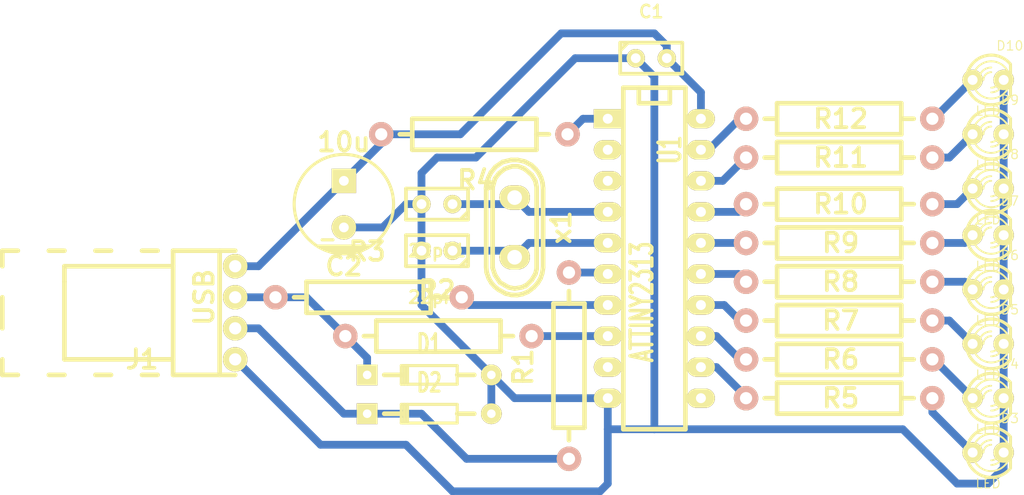
<source format=kicad_pcb>
(kicad_pcb (version 4) (host pcbnew "(2014-07-11 BZR 4989)-product")

  (general
    (links 48)
    (no_connects 0)
    (area 84.645499 62.736015 175.268164 109.08411)
    (thickness 1.6)
    (drawings 0)
    (tracks 108)
    (zones 0)
    (modules 29)
    (nets 27)
  )

  (page A4)
  (layers
    (0 F.Cu signal)
    (31 B.Cu signal)
    (32 B.Adhes user)
    (33 F.Adhes user)
    (34 B.Paste user)
    (35 F.Paste user)
    (36 B.SilkS user)
    (37 F.SilkS user)
    (38 B.Mask user)
    (39 F.Mask user)
    (40 Dwgs.User user)
    (41 Cmts.User user)
    (42 Eco1.User user)
    (43 Eco2.User user)
    (44 Edge.Cuts user)
    (45 Margin user)
    (46 B.CrtYd user)
    (47 F.CrtYd user)
    (48 B.Fab user)
    (49 F.Fab user)
  )

  (setup
    (last_trace_width 0.635)
    (trace_clearance 0.254)
    (zone_clearance 0.508)
    (zone_45_only no)
    (trace_min 0.254)
    (segment_width 0.2)
    (edge_width 0.15)
    (via_size 0.889)
    (via_drill 0.635)
    (via_min_size 0.889)
    (via_min_drill 0.508)
    (uvia_size 0.508)
    (uvia_drill 0.127)
    (uvias_allowed no)
    (uvia_min_size 0.508)
    (uvia_min_drill 0.127)
    (pcb_text_width 0.3)
    (pcb_text_size 1.5 1.5)
    (mod_edge_width 0.15)
    (mod_text_size 1.5 1.5)
    (mod_text_width 0.15)
    (pad_size 1.4 1.4)
    (pad_drill 0.6)
    (pad_to_mask_clearance 0.2)
    (aux_axis_origin 0 0)
    (visible_elements FFFFFF7F)
    (pcbplotparams
      (layerselection 0x00030_80000001)
      (usegerberextensions false)
      (excludeedgelayer true)
      (linewidth 0.150000)
      (plotframeref false)
      (viasonmask false)
      (mode 1)
      (useauxorigin false)
      (hpglpennumber 1)
      (hpglpenspeed 20)
      (hpglpendiameter 15)
      (hpglpenoverlay 2)
      (psnegative false)
      (psa4output false)
      (plotreference true)
      (plotvalue true)
      (plotinvisibletext false)
      (padsonsilk false)
      (subtractmaskfromsilk false)
      (outputformat 1)
      (mirror false)
      (drillshape 1)
      (scaleselection 1)
      (outputdirectory ""))
  )

  (net 0 "")
  (net 1 "Net-(22pF1-Pad1)")
  (net 2 GND)
  (net 3 "Net-(22pF2-Pad1)")
  (net 4 VCC)
  (net 5 "Net-(D1-Pad2)")
  (net 6 "Net-(D2-Pad2)")
  (net 7 "Net-(D3-Pad1)")
  (net 8 "Net-(D4-Pad1)")
  (net 9 "Net-(D5-Pad1)")
  (net 10 "Net-(D6-Pad1)")
  (net 11 "Net-(D7-Pad1)")
  (net 12 "Net-(D8-Pad1)")
  (net 13 "Net-(D9-Pad1)")
  (net 14 "Net-(D10-Pad1)")
  (net 15 "Net-(R1-Pad2)")
  (net 16 "Net-(R2-Pad2)")
  (net 17 "Net-(R3-Pad2)")
  (net 18 "Net-(R4-Pad1)")
  (net 19 "Net-(R5-Pad2)")
  (net 20 "Net-(R6-Pad2)")
  (net 21 "Net-(R7-Pad2)")
  (net 22 "Net-(R8-Pad2)")
  (net 23 "Net-(R9-Pad2)")
  (net 24 "Net-(R10-Pad2)")
  (net 25 "Net-(R11-Pad2)")
  (net 26 "Net-(R12-Pad2)")

  (net_class Default "This is the default net class."
    (clearance 0.254)
    (trace_width 0.635)
    (via_dia 0.889)
    (via_drill 0.635)
    (uvia_dia 0.508)
    (uvia_drill 0.127)
    (add_net GND)
    (add_net "Net-(22pF1-Pad1)")
    (add_net "Net-(22pF2-Pad1)")
    (add_net "Net-(D1-Pad2)")
    (add_net "Net-(D10-Pad1)")
    (add_net "Net-(D2-Pad2)")
    (add_net "Net-(D3-Pad1)")
    (add_net "Net-(D4-Pad1)")
    (add_net "Net-(D5-Pad1)")
    (add_net "Net-(D6-Pad1)")
    (add_net "Net-(D7-Pad1)")
    (add_net "Net-(D8-Pad1)")
    (add_net "Net-(D9-Pad1)")
    (add_net "Net-(R1-Pad2)")
    (add_net "Net-(R10-Pad2)")
    (add_net "Net-(R11-Pad2)")
    (add_net "Net-(R12-Pad2)")
    (add_net "Net-(R2-Pad2)")
    (add_net "Net-(R3-Pad2)")
    (add_net "Net-(R4-Pad1)")
    (add_net "Net-(R5-Pad2)")
    (add_net "Net-(R6-Pad2)")
    (add_net "Net-(R7-Pad2)")
    (add_net "Net-(R8-Pad2)")
    (add_net "Net-(R9-Pad2)")
    (add_net VCC)
  )

  (module Capacitors_ThroughHole:Capacitor3MMDiscRM2.5 (layer F.Cu) (tedit 53C9E4EF) (tstamp 53C9EB10)
    (at 127 85.725 180)
    (descr Capacitor3MMDiscRM2.5)
    (tags C)
    (path /48E377B6)
    (fp_text reference 22pF1 (at 0 -3.81 180) (layer F.SilkS)
      (effects (font (size 1.016 1.016) (thickness 0.2032)))
    )
    (fp_text value C (at 0 -2.286 180) (layer F.SilkS) hide
      (effects (font (size 1.016 1.016) (thickness 0.2032)))
    )
    (fp_line (start -2.4892 -1.27) (end 2.54 -1.27) (layer F.SilkS) (width 0.3048))
    (fp_line (start 2.54 -1.27) (end 2.54 1.27) (layer F.SilkS) (width 0.3048))
    (fp_line (start 2.54 1.27) (end -2.54 1.27) (layer F.SilkS) (width 0.3048))
    (fp_line (start -2.54 1.27) (end -2.54 -1.27) (layer F.SilkS) (width 0.3048))
    (fp_line (start -2.54 -0.635) (end -1.905 -1.27) (layer F.SilkS) (width 0.3048))
    (pad 1 thru_hole circle (at -1.27 0 180) (size 1.50114 1.50114) (drill 0.8001) (layers *.Cu *.Mask F.SilkS)
      (net 1 "Net-(22pF1-Pad1)"))
    (pad 2 thru_hole circle (at 1.27 0 180) (size 1.50114 1.50114) (drill 0.8001) (layers *.Cu *.Mask F.SilkS)
      (net 2 GND))
    (model discret/Capacitor/Capacitor3MMDiscRM2.5.wrl
      (at (xyz 0 0 0))
      (scale (xyz 1 1 1))
      (rotate (xyz 0 0 0))
    )
  )

  (module Capacitors_ThroughHole:Capacitor3MMDiscRM2.5 (layer F.Cu) (tedit 53C9E4EF) (tstamp 53C9EB1B)
    (at 127 89.535 180)
    (descr Capacitor3MMDiscRM2.5)
    (tags C)
    (path /48E377D0)
    (fp_text reference 22pF2 (at 0 -3.81 180) (layer F.SilkS)
      (effects (font (size 1.016 1.016) (thickness 0.2032)))
    )
    (fp_text value C (at 0 -2.286 180) (layer F.SilkS) hide
      (effects (font (size 1.016 1.016) (thickness 0.2032)))
    )
    (fp_line (start -2.4892 -1.27) (end 2.54 -1.27) (layer F.SilkS) (width 0.3048))
    (fp_line (start 2.54 -1.27) (end 2.54 1.27) (layer F.SilkS) (width 0.3048))
    (fp_line (start 2.54 1.27) (end -2.54 1.27) (layer F.SilkS) (width 0.3048))
    (fp_line (start -2.54 1.27) (end -2.54 -1.27) (layer F.SilkS) (width 0.3048))
    (fp_line (start -2.54 -0.635) (end -1.905 -1.27) (layer F.SilkS) (width 0.3048))
    (pad 1 thru_hole circle (at -1.27 0 180) (size 1.50114 1.50114) (drill 0.8001) (layers *.Cu *.Mask F.SilkS)
      (net 3 "Net-(22pF2-Pad1)"))
    (pad 2 thru_hole circle (at 1.27 0 180) (size 1.50114 1.50114) (drill 0.8001) (layers *.Cu *.Mask F.SilkS)
      (net 2 GND))
    (model discret/Capacitor/Capacitor3MMDiscRM2.5.wrl
      (at (xyz 0 0 0))
      (scale (xyz 1 1 1))
      (rotate (xyz 0 0 0))
    )
  )

  (module Capacitors_ThroughHole:Capacitor3MMDiscRM2.5 (layer F.Cu) (tedit 53C9E4EF) (tstamp 53C9EB26)
    (at 144.526 73.787)
    (descr Capacitor3MMDiscRM2.5)
    (tags C)
    (path /48E3DA82)
    (fp_text reference C1 (at 0 -3.81) (layer F.SilkS)
      (effects (font (size 1.016 1.016) (thickness 0.2032)))
    )
    (fp_text value 100n (at 0 -2.286) (layer F.SilkS) hide
      (effects (font (size 1.016 1.016) (thickness 0.2032)))
    )
    (fp_line (start -2.4892 -1.27) (end 2.54 -1.27) (layer F.SilkS) (width 0.3048))
    (fp_line (start 2.54 -1.27) (end 2.54 1.27) (layer F.SilkS) (width 0.3048))
    (fp_line (start 2.54 1.27) (end -2.54 1.27) (layer F.SilkS) (width 0.3048))
    (fp_line (start -2.54 1.27) (end -2.54 -1.27) (layer F.SilkS) (width 0.3048))
    (fp_line (start -2.54 -0.635) (end -1.905 -1.27) (layer F.SilkS) (width 0.3048))
    (pad 1 thru_hole circle (at -1.27 0) (size 1.50114 1.50114) (drill 0.8001) (layers *.Cu *.Mask F.SilkS)
      (net 2 GND))
    (pad 2 thru_hole circle (at 1.27 0) (size 1.50114 1.50114) (drill 0.8001) (layers *.Cu *.Mask F.SilkS)
      (net 4 VCC))
    (model discret/Capacitor/Capacitor3MMDiscRM2.5.wrl
      (at (xyz 0 0 0))
      (scale (xyz 1 1 1))
      (rotate (xyz 0 0 0))
    )
  )

  (module Capacitors_ThroughHole:Capacitor8x13RM3.8 (layer F.Cu) (tedit 53C9E4EF) (tstamp 53C9EB35)
    (at 119.38 85.725 180)
    (descr "Capacitor, pol, cyl 8x13mm")
    (path /48E3DA29)
    (fp_text reference C2 (at 0 -5.08 180) (layer F.SilkS)
      (effects (font (thickness 0.3048)))
    )
    (fp_text value 10u (at 0 5.08 180) (layer F.SilkS)
      (effects (font (thickness 0.3048)))
    )
    (fp_line (start 2.032 -3.429) (end -2.032 -3.429) (layer F.SilkS) (width 0.254))
    (fp_line (start -2.032 -3.429) (end -1.651 -3.556) (layer F.SilkS) (width 0.254))
    (fp_line (start -1.651 -3.556) (end 1.651 -3.556) (layer F.SilkS) (width 0.254))
    (fp_line (start 1.651 -3.556) (end 2.032 -3.429) (layer F.SilkS) (width 0.254))
    (fp_circle (center 0 0) (end -4.064 0.127) (layer F.SilkS) (width 0.254))
    (fp_line (start 0.889 -2.921) (end 1.778 -2.921) (layer F.SilkS) (width 0.254))
    (fp_line (start 1.016 -3.937) (end -1.016 -3.937) (layer F.SilkS) (width 0.254))
    (fp_line (start -1.016 -3.81) (end 1.016 -3.81) (layer F.SilkS) (width 0.254))
    (fp_line (start -1.524 -3.683) (end 1.524 -3.683) (layer F.SilkS) (width 0.254))
    (pad 1 thru_hole rect (at 0 1.905 180) (size 1.99898 1.99898) (drill 0.8001) (layers *.Cu *.Mask F.SilkS)
      (net 4 VCC))
    (pad 2 thru_hole circle (at 0 -1.905 180) (size 1.99898 1.99898) (drill 0.8001) (layers *.Cu *.Mask F.SilkS)
      (net 2 GND))
    (model discret/Capacitor/cp_8x13mm.wrl
      (at (xyz 0 0 0))
      (scale (xyz 1 1 1))
      (rotate (xyz 0 0 0))
    )
  )

  (module Diodes_ThroughHole:Diode_DO-35_SOD27_Horizontal_RM10 (layer F.Cu) (tedit 53C9E4EF) (tstamp 53C9EB44)
    (at 126.365 99.695 180)
    (descr "Diode, DO-35,  SOD27, Horizontal, RM 10mm")
    (tags "Diode, DO-35, SOD27, Horizontal, RM 10mm, 1N4148,")
    (path /48E46125)
    (fp_text reference D1 (at 0 2.54 180) (layer F.SilkS)
      (effects (font (size 1.524 1.016) (thickness 0.254)))
    )
    (fp_text value 3.6V (at -1.016 -3.556 180) (layer F.SilkS) hide
      (effects (font (size 1.524 1.016) (thickness 0.254)))
    )
    (fp_line (start -2.286 0) (end -3.683 0) (layer F.SilkS) (width 0.381))
    (fp_line (start 2.159 0) (end 3.683 0) (layer F.SilkS) (width 0.381))
    (fp_line (start 1.778 -0.762) (end 1.778 0.762) (layer F.SilkS) (width 0.254))
    (fp_line (start 2.032 -0.762) (end 2.032 0.762) (layer F.SilkS) (width 0.254))
    (fp_line (start 2.286 0) (end 2.286 0.762) (layer F.SilkS) (width 0.254))
    (fp_line (start 2.286 0.762) (end -2.286 0.762) (layer F.SilkS) (width 0.254))
    (fp_line (start -2.286 0.762) (end -2.286 -0.762) (layer F.SilkS) (width 0.254))
    (fp_line (start -2.286 -0.762) (end 2.286 -0.762) (layer F.SilkS) (width 0.254))
    (fp_line (start 2.286 -0.762) (end 2.286 0) (layer F.SilkS) (width 0.254))
    (pad 1 thru_hole circle (at -5.08 0 180) (size 1.69926 1.69926) (drill 0.70104) (layers *.Cu *.Mask F.SilkS)
      (net 2 GND))
    (pad 2 thru_hole rect (at 5.08 0 180) (size 1.69926 1.69926) (drill 0.70104) (layers *.Cu *.Mask F.SilkS)
      (net 5 "Net-(D1-Pad2)"))
    (model discret/diode.wrl
      (at (xyz 0 0 0))
      (scale (xyz 0.4 0.4 0.4))
      (rotate (xyz 0 0 0))
    )
  )

  (module Diodes_ThroughHole:Diode_DO-35_SOD27_Horizontal_RM10 (layer F.Cu) (tedit 53C9E4EF) (tstamp 53C9EB53)
    (at 126.365 102.87 180)
    (descr "Diode, DO-35,  SOD27, Horizontal, RM 10mm")
    (tags "Diode, DO-35, SOD27, Horizontal, RM 10mm, 1N4148,")
    (path /48E4612D)
    (fp_text reference D2 (at 0 2.54 180) (layer F.SilkS)
      (effects (font (size 1.524 1.016) (thickness 0.254)))
    )
    (fp_text value 3.6V (at -1.016 -3.556 180) (layer F.SilkS) hide
      (effects (font (size 1.524 1.016) (thickness 0.254)))
    )
    (fp_line (start -2.286 0) (end -3.683 0) (layer F.SilkS) (width 0.381))
    (fp_line (start 2.159 0) (end 3.683 0) (layer F.SilkS) (width 0.381))
    (fp_line (start 1.778 -0.762) (end 1.778 0.762) (layer F.SilkS) (width 0.254))
    (fp_line (start 2.032 -0.762) (end 2.032 0.762) (layer F.SilkS) (width 0.254))
    (fp_line (start 2.286 0) (end 2.286 0.762) (layer F.SilkS) (width 0.254))
    (fp_line (start 2.286 0.762) (end -2.286 0.762) (layer F.SilkS) (width 0.254))
    (fp_line (start -2.286 0.762) (end -2.286 -0.762) (layer F.SilkS) (width 0.254))
    (fp_line (start -2.286 -0.762) (end 2.286 -0.762) (layer F.SilkS) (width 0.254))
    (fp_line (start 2.286 -0.762) (end 2.286 0) (layer F.SilkS) (width 0.254))
    (pad 1 thru_hole circle (at -5.08 0 180) (size 1.69926 1.69926) (drill 0.70104) (layers *.Cu *.Mask F.SilkS)
      (net 2 GND))
    (pad 2 thru_hole rect (at 5.08 0 180) (size 1.69926 1.69926) (drill 0.70104) (layers *.Cu *.Mask F.SilkS)
      (net 6 "Net-(D2-Pad2)"))
    (model discret/diode.wrl
      (at (xyz 0 0 0))
      (scale (xyz 0.4 0.4 0.4))
      (rotate (xyz 0 0 0))
    )
  )

  (module LEDs:LED-3MM (layer F.Cu) (tedit 53C9E4EF) (tstamp 53C9EB6C)
    (at 172.085 106.045)
    (descr "LED 3mm - Lead pitch 100mil (2,54mm)")
    (tags "LED led 3mm 3MM 100mil 2,54mm")
    (path /48D4FEAF)
    (fp_text reference D3 (at 1.778 -2.794) (layer F.SilkS)
      (effects (font (size 0.762 0.762) (thickness 0.0889)))
    )
    (fp_text value LED (at 0 2.54) (layer F.SilkS)
      (effects (font (size 0.762 0.762) (thickness 0.0889)))
    )
    (fp_line (start 1.8288 1.27) (end 1.8288 -1.27) (layer F.SilkS) (width 0.254))
    (fp_arc (start 0.254 0) (end -1.27 0) (angle 39.8) (layer F.SilkS) (width 0.1524))
    (fp_arc (start 0.254 0) (end -0.88392 1.01092) (angle 41.6) (layer F.SilkS) (width 0.1524))
    (fp_arc (start 0.254 0) (end 1.4097 -0.9906) (angle 40.6) (layer F.SilkS) (width 0.1524))
    (fp_arc (start 0.254 0) (end 1.778 0) (angle 39.8) (layer F.SilkS) (width 0.1524))
    (fp_arc (start 0.254 0) (end 0.254 -1.524) (angle 54.4) (layer F.SilkS) (width 0.1524))
    (fp_arc (start 0.254 0) (end -0.9652 -0.9144) (angle 53.1) (layer F.SilkS) (width 0.1524))
    (fp_arc (start 0.254 0) (end 1.45542 0.93472) (angle 52.1) (layer F.SilkS) (width 0.1524))
    (fp_arc (start 0.254 0) (end 0.254 1.524) (angle 52.1) (layer F.SilkS) (width 0.1524))
    (fp_arc (start 0.254 0) (end -0.381 0) (angle 90) (layer F.SilkS) (width 0.1524))
    (fp_arc (start 0.254 0) (end -0.762 0) (angle 90) (layer F.SilkS) (width 0.1524))
    (fp_arc (start 0.254 0) (end 0.889 0) (angle 90) (layer F.SilkS) (width 0.1524))
    (fp_arc (start 0.254 0) (end 1.27 0) (angle 90) (layer F.SilkS) (width 0.1524))
    (fp_arc (start 0.254 0) (end 0.254 -2.032) (angle 50.1) (layer F.SilkS) (width 0.254))
    (fp_arc (start 0.254 0) (end -1.5367 -0.95504) (angle 61.9) (layer F.SilkS) (width 0.254))
    (fp_arc (start 0.254 0) (end 1.8034 1.31064) (angle 49.7) (layer F.SilkS) (width 0.254))
    (fp_arc (start 0.254 0) (end 0.254 2.032) (angle 60.2) (layer F.SilkS) (width 0.254))
    (fp_arc (start 0.254 0) (end -1.778 0) (angle 28.3) (layer F.SilkS) (width 0.254))
    (fp_arc (start 0.254 0) (end -1.47574 1.06426) (angle 31.6) (layer F.SilkS) (width 0.254))
    (pad 1 thru_hole circle (at -1.27 0) (size 1.6764 1.6764) (drill 0.8128) (layers *.Cu *.Mask F.SilkS)
      (net 7 "Net-(D3-Pad1)"))
    (pad 2 thru_hole circle (at 1.27 0) (size 1.6764 1.6764) (drill 0.8128) (layers *.Cu *.Mask F.SilkS)
      (net 2 GND))
    (model discret/leds/led3_vertical_verde.wrl
      (at (xyz 0 0 0))
      (scale (xyz 1 1 1))
      (rotate (xyz 0 0 0))
    )
  )

  (module LEDs:LED-3MM (layer F.Cu) (tedit 53C9E4EF) (tstamp 53C9EB85)
    (at 172.085 101.6)
    (descr "LED 3mm - Lead pitch 100mil (2,54mm)")
    (tags "LED led 3mm 3MM 100mil 2,54mm")
    (path /48D4FEA0)
    (fp_text reference D4 (at 1.778 -2.794) (layer F.SilkS)
      (effects (font (size 0.762 0.762) (thickness 0.0889)))
    )
    (fp_text value LED (at 0 2.54) (layer F.SilkS)
      (effects (font (size 0.762 0.762) (thickness 0.0889)))
    )
    (fp_line (start 1.8288 1.27) (end 1.8288 -1.27) (layer F.SilkS) (width 0.254))
    (fp_arc (start 0.254 0) (end -1.27 0) (angle 39.8) (layer F.SilkS) (width 0.1524))
    (fp_arc (start 0.254 0) (end -0.88392 1.01092) (angle 41.6) (layer F.SilkS) (width 0.1524))
    (fp_arc (start 0.254 0) (end 1.4097 -0.9906) (angle 40.6) (layer F.SilkS) (width 0.1524))
    (fp_arc (start 0.254 0) (end 1.778 0) (angle 39.8) (layer F.SilkS) (width 0.1524))
    (fp_arc (start 0.254 0) (end 0.254 -1.524) (angle 54.4) (layer F.SilkS) (width 0.1524))
    (fp_arc (start 0.254 0) (end -0.9652 -0.9144) (angle 53.1) (layer F.SilkS) (width 0.1524))
    (fp_arc (start 0.254 0) (end 1.45542 0.93472) (angle 52.1) (layer F.SilkS) (width 0.1524))
    (fp_arc (start 0.254 0) (end 0.254 1.524) (angle 52.1) (layer F.SilkS) (width 0.1524))
    (fp_arc (start 0.254 0) (end -0.381 0) (angle 90) (layer F.SilkS) (width 0.1524))
    (fp_arc (start 0.254 0) (end -0.762 0) (angle 90) (layer F.SilkS) (width 0.1524))
    (fp_arc (start 0.254 0) (end 0.889 0) (angle 90) (layer F.SilkS) (width 0.1524))
    (fp_arc (start 0.254 0) (end 1.27 0) (angle 90) (layer F.SilkS) (width 0.1524))
    (fp_arc (start 0.254 0) (end 0.254 -2.032) (angle 50.1) (layer F.SilkS) (width 0.254))
    (fp_arc (start 0.254 0) (end -1.5367 -0.95504) (angle 61.9) (layer F.SilkS) (width 0.254))
    (fp_arc (start 0.254 0) (end 1.8034 1.31064) (angle 49.7) (layer F.SilkS) (width 0.254))
    (fp_arc (start 0.254 0) (end 0.254 2.032) (angle 60.2) (layer F.SilkS) (width 0.254))
    (fp_arc (start 0.254 0) (end -1.778 0) (angle 28.3) (layer F.SilkS) (width 0.254))
    (fp_arc (start 0.254 0) (end -1.47574 1.06426) (angle 31.6) (layer F.SilkS) (width 0.254))
    (pad 1 thru_hole circle (at -1.27 0) (size 1.6764 1.6764) (drill 0.8128) (layers *.Cu *.Mask F.SilkS)
      (net 8 "Net-(D4-Pad1)"))
    (pad 2 thru_hole circle (at 1.27 0) (size 1.6764 1.6764) (drill 0.8128) (layers *.Cu *.Mask F.SilkS)
      (net 2 GND))
    (model discret/leds/led3_vertical_verde.wrl
      (at (xyz 0 0 0))
      (scale (xyz 1 1 1))
      (rotate (xyz 0 0 0))
    )
  )

  (module LEDs:LED-3MM (layer F.Cu) (tedit 53C9E4EF) (tstamp 53C9EB9E)
    (at 172.085 97.155)
    (descr "LED 3mm - Lead pitch 100mil (2,54mm)")
    (tags "LED led 3mm 3MM 100mil 2,54mm")
    (path /48D4FE94)
    (fp_text reference D5 (at 1.778 -2.794) (layer F.SilkS)
      (effects (font (size 0.762 0.762) (thickness 0.0889)))
    )
    (fp_text value LED (at 0 2.54) (layer F.SilkS)
      (effects (font (size 0.762 0.762) (thickness 0.0889)))
    )
    (fp_line (start 1.8288 1.27) (end 1.8288 -1.27) (layer F.SilkS) (width 0.254))
    (fp_arc (start 0.254 0) (end -1.27 0) (angle 39.8) (layer F.SilkS) (width 0.1524))
    (fp_arc (start 0.254 0) (end -0.88392 1.01092) (angle 41.6) (layer F.SilkS) (width 0.1524))
    (fp_arc (start 0.254 0) (end 1.4097 -0.9906) (angle 40.6) (layer F.SilkS) (width 0.1524))
    (fp_arc (start 0.254 0) (end 1.778 0) (angle 39.8) (layer F.SilkS) (width 0.1524))
    (fp_arc (start 0.254 0) (end 0.254 -1.524) (angle 54.4) (layer F.SilkS) (width 0.1524))
    (fp_arc (start 0.254 0) (end -0.9652 -0.9144) (angle 53.1) (layer F.SilkS) (width 0.1524))
    (fp_arc (start 0.254 0) (end 1.45542 0.93472) (angle 52.1) (layer F.SilkS) (width 0.1524))
    (fp_arc (start 0.254 0) (end 0.254 1.524) (angle 52.1) (layer F.SilkS) (width 0.1524))
    (fp_arc (start 0.254 0) (end -0.381 0) (angle 90) (layer F.SilkS) (width 0.1524))
    (fp_arc (start 0.254 0) (end -0.762 0) (angle 90) (layer F.SilkS) (width 0.1524))
    (fp_arc (start 0.254 0) (end 0.889 0) (angle 90) (layer F.SilkS) (width 0.1524))
    (fp_arc (start 0.254 0) (end 1.27 0) (angle 90) (layer F.SilkS) (width 0.1524))
    (fp_arc (start 0.254 0) (end 0.254 -2.032) (angle 50.1) (layer F.SilkS) (width 0.254))
    (fp_arc (start 0.254 0) (end -1.5367 -0.95504) (angle 61.9) (layer F.SilkS) (width 0.254))
    (fp_arc (start 0.254 0) (end 1.8034 1.31064) (angle 49.7) (layer F.SilkS) (width 0.254))
    (fp_arc (start 0.254 0) (end 0.254 2.032) (angle 60.2) (layer F.SilkS) (width 0.254))
    (fp_arc (start 0.254 0) (end -1.778 0) (angle 28.3) (layer F.SilkS) (width 0.254))
    (fp_arc (start 0.254 0) (end -1.47574 1.06426) (angle 31.6) (layer F.SilkS) (width 0.254))
    (pad 1 thru_hole circle (at -1.27 0) (size 1.6764 1.6764) (drill 0.8128) (layers *.Cu *.Mask F.SilkS)
      (net 9 "Net-(D5-Pad1)"))
    (pad 2 thru_hole circle (at 1.27 0) (size 1.6764 1.6764) (drill 0.8128) (layers *.Cu *.Mask F.SilkS)
      (net 2 GND))
    (model discret/leds/led3_vertical_verde.wrl
      (at (xyz 0 0 0))
      (scale (xyz 1 1 1))
      (rotate (xyz 0 0 0))
    )
  )

  (module LEDs:LED-3MM (layer F.Cu) (tedit 53C9E4EF) (tstamp 53C9EBB7)
    (at 172.085 92.71)
    (descr "LED 3mm - Lead pitch 100mil (2,54mm)")
    (tags "LED led 3mm 3MM 100mil 2,54mm")
    (path /48D4C7AE)
    (fp_text reference D6 (at 1.778 -2.794) (layer F.SilkS)
      (effects (font (size 0.762 0.762) (thickness 0.0889)))
    )
    (fp_text value LED (at 0 2.54) (layer F.SilkS)
      (effects (font (size 0.762 0.762) (thickness 0.0889)))
    )
    (fp_line (start 1.8288 1.27) (end 1.8288 -1.27) (layer F.SilkS) (width 0.254))
    (fp_arc (start 0.254 0) (end -1.27 0) (angle 39.8) (layer F.SilkS) (width 0.1524))
    (fp_arc (start 0.254 0) (end -0.88392 1.01092) (angle 41.6) (layer F.SilkS) (width 0.1524))
    (fp_arc (start 0.254 0) (end 1.4097 -0.9906) (angle 40.6) (layer F.SilkS) (width 0.1524))
    (fp_arc (start 0.254 0) (end 1.778 0) (angle 39.8) (layer F.SilkS) (width 0.1524))
    (fp_arc (start 0.254 0) (end 0.254 -1.524) (angle 54.4) (layer F.SilkS) (width 0.1524))
    (fp_arc (start 0.254 0) (end -0.9652 -0.9144) (angle 53.1) (layer F.SilkS) (width 0.1524))
    (fp_arc (start 0.254 0) (end 1.45542 0.93472) (angle 52.1) (layer F.SilkS) (width 0.1524))
    (fp_arc (start 0.254 0) (end 0.254 1.524) (angle 52.1) (layer F.SilkS) (width 0.1524))
    (fp_arc (start 0.254 0) (end -0.381 0) (angle 90) (layer F.SilkS) (width 0.1524))
    (fp_arc (start 0.254 0) (end -0.762 0) (angle 90) (layer F.SilkS) (width 0.1524))
    (fp_arc (start 0.254 0) (end 0.889 0) (angle 90) (layer F.SilkS) (width 0.1524))
    (fp_arc (start 0.254 0) (end 1.27 0) (angle 90) (layer F.SilkS) (width 0.1524))
    (fp_arc (start 0.254 0) (end 0.254 -2.032) (angle 50.1) (layer F.SilkS) (width 0.254))
    (fp_arc (start 0.254 0) (end -1.5367 -0.95504) (angle 61.9) (layer F.SilkS) (width 0.254))
    (fp_arc (start 0.254 0) (end 1.8034 1.31064) (angle 49.7) (layer F.SilkS) (width 0.254))
    (fp_arc (start 0.254 0) (end 0.254 2.032) (angle 60.2) (layer F.SilkS) (width 0.254))
    (fp_arc (start 0.254 0) (end -1.778 0) (angle 28.3) (layer F.SilkS) (width 0.254))
    (fp_arc (start 0.254 0) (end -1.47574 1.06426) (angle 31.6) (layer F.SilkS) (width 0.254))
    (pad 1 thru_hole circle (at -1.27 0) (size 1.6764 1.6764) (drill 0.8128) (layers *.Cu *.Mask F.SilkS)
      (net 10 "Net-(D6-Pad1)"))
    (pad 2 thru_hole circle (at 1.27 0) (size 1.6764 1.6764) (drill 0.8128) (layers *.Cu *.Mask F.SilkS)
      (net 2 GND))
    (model discret/leds/led3_vertical_verde.wrl
      (at (xyz 0 0 0))
      (scale (xyz 1 1 1))
      (rotate (xyz 0 0 0))
    )
  )

  (module LEDs:LED-3MM (layer F.Cu) (tedit 53C9E4EF) (tstamp 53C9EBD0)
    (at 172.085 88.265)
    (descr "LED 3mm - Lead pitch 100mil (2,54mm)")
    (tags "LED led 3mm 3MM 100mil 2,54mm")
    (path /48D4FE79)
    (fp_text reference D7 (at 1.778 -2.794) (layer F.SilkS)
      (effects (font (size 0.762 0.762) (thickness 0.0889)))
    )
    (fp_text value LED (at 0 2.54) (layer F.SilkS)
      (effects (font (size 0.762 0.762) (thickness 0.0889)))
    )
    (fp_line (start 1.8288 1.27) (end 1.8288 -1.27) (layer F.SilkS) (width 0.254))
    (fp_arc (start 0.254 0) (end -1.27 0) (angle 39.8) (layer F.SilkS) (width 0.1524))
    (fp_arc (start 0.254 0) (end -0.88392 1.01092) (angle 41.6) (layer F.SilkS) (width 0.1524))
    (fp_arc (start 0.254 0) (end 1.4097 -0.9906) (angle 40.6) (layer F.SilkS) (width 0.1524))
    (fp_arc (start 0.254 0) (end 1.778 0) (angle 39.8) (layer F.SilkS) (width 0.1524))
    (fp_arc (start 0.254 0) (end 0.254 -1.524) (angle 54.4) (layer F.SilkS) (width 0.1524))
    (fp_arc (start 0.254 0) (end -0.9652 -0.9144) (angle 53.1) (layer F.SilkS) (width 0.1524))
    (fp_arc (start 0.254 0) (end 1.45542 0.93472) (angle 52.1) (layer F.SilkS) (width 0.1524))
    (fp_arc (start 0.254 0) (end 0.254 1.524) (angle 52.1) (layer F.SilkS) (width 0.1524))
    (fp_arc (start 0.254 0) (end -0.381 0) (angle 90) (layer F.SilkS) (width 0.1524))
    (fp_arc (start 0.254 0) (end -0.762 0) (angle 90) (layer F.SilkS) (width 0.1524))
    (fp_arc (start 0.254 0) (end 0.889 0) (angle 90) (layer F.SilkS) (width 0.1524))
    (fp_arc (start 0.254 0) (end 1.27 0) (angle 90) (layer F.SilkS) (width 0.1524))
    (fp_arc (start 0.254 0) (end 0.254 -2.032) (angle 50.1) (layer F.SilkS) (width 0.254))
    (fp_arc (start 0.254 0) (end -1.5367 -0.95504) (angle 61.9) (layer F.SilkS) (width 0.254))
    (fp_arc (start 0.254 0) (end 1.8034 1.31064) (angle 49.7) (layer F.SilkS) (width 0.254))
    (fp_arc (start 0.254 0) (end 0.254 2.032) (angle 60.2) (layer F.SilkS) (width 0.254))
    (fp_arc (start 0.254 0) (end -1.778 0) (angle 28.3) (layer F.SilkS) (width 0.254))
    (fp_arc (start 0.254 0) (end -1.47574 1.06426) (angle 31.6) (layer F.SilkS) (width 0.254))
    (pad 1 thru_hole circle (at -1.27 0) (size 1.6764 1.6764) (drill 0.8128) (layers *.Cu *.Mask F.SilkS)
      (net 11 "Net-(D7-Pad1)"))
    (pad 2 thru_hole circle (at 1.27 0) (size 1.6764 1.6764) (drill 0.8128) (layers *.Cu *.Mask F.SilkS)
      (net 2 GND))
    (model discret/leds/led3_vertical_verde.wrl
      (at (xyz 0 0 0))
      (scale (xyz 1 1 1))
      (rotate (xyz 0 0 0))
    )
  )

  (module LEDs:LED-3MM (layer F.Cu) (tedit 53C9E4EF) (tstamp 53C9EBE9)
    (at 172.085 84.455)
    (descr "LED 3mm - Lead pitch 100mil (2,54mm)")
    (tags "LED led 3mm 3MM 100mil 2,54mm")
    (path /48D4FE70)
    (fp_text reference D8 (at 1.778 -2.794) (layer F.SilkS)
      (effects (font (size 0.762 0.762) (thickness 0.0889)))
    )
    (fp_text value LED (at 0 2.54) (layer F.SilkS)
      (effects (font (size 0.762 0.762) (thickness 0.0889)))
    )
    (fp_line (start 1.8288 1.27) (end 1.8288 -1.27) (layer F.SilkS) (width 0.254))
    (fp_arc (start 0.254 0) (end -1.27 0) (angle 39.8) (layer F.SilkS) (width 0.1524))
    (fp_arc (start 0.254 0) (end -0.88392 1.01092) (angle 41.6) (layer F.SilkS) (width 0.1524))
    (fp_arc (start 0.254 0) (end 1.4097 -0.9906) (angle 40.6) (layer F.SilkS) (width 0.1524))
    (fp_arc (start 0.254 0) (end 1.778 0) (angle 39.8) (layer F.SilkS) (width 0.1524))
    (fp_arc (start 0.254 0) (end 0.254 -1.524) (angle 54.4) (layer F.SilkS) (width 0.1524))
    (fp_arc (start 0.254 0) (end -0.9652 -0.9144) (angle 53.1) (layer F.SilkS) (width 0.1524))
    (fp_arc (start 0.254 0) (end 1.45542 0.93472) (angle 52.1) (layer F.SilkS) (width 0.1524))
    (fp_arc (start 0.254 0) (end 0.254 1.524) (angle 52.1) (layer F.SilkS) (width 0.1524))
    (fp_arc (start 0.254 0) (end -0.381 0) (angle 90) (layer F.SilkS) (width 0.1524))
    (fp_arc (start 0.254 0) (end -0.762 0) (angle 90) (layer F.SilkS) (width 0.1524))
    (fp_arc (start 0.254 0) (end 0.889 0) (angle 90) (layer F.SilkS) (width 0.1524))
    (fp_arc (start 0.254 0) (end 1.27 0) (angle 90) (layer F.SilkS) (width 0.1524))
    (fp_arc (start 0.254 0) (end 0.254 -2.032) (angle 50.1) (layer F.SilkS) (width 0.254))
    (fp_arc (start 0.254 0) (end -1.5367 -0.95504) (angle 61.9) (layer F.SilkS) (width 0.254))
    (fp_arc (start 0.254 0) (end 1.8034 1.31064) (angle 49.7) (layer F.SilkS) (width 0.254))
    (fp_arc (start 0.254 0) (end 0.254 2.032) (angle 60.2) (layer F.SilkS) (width 0.254))
    (fp_arc (start 0.254 0) (end -1.778 0) (angle 28.3) (layer F.SilkS) (width 0.254))
    (fp_arc (start 0.254 0) (end -1.47574 1.06426) (angle 31.6) (layer F.SilkS) (width 0.254))
    (pad 1 thru_hole circle (at -1.27 0) (size 1.6764 1.6764) (drill 0.8128) (layers *.Cu *.Mask F.SilkS)
      (net 12 "Net-(D8-Pad1)"))
    (pad 2 thru_hole circle (at 1.27 0) (size 1.6764 1.6764) (drill 0.8128) (layers *.Cu *.Mask F.SilkS)
      (net 2 GND))
    (model discret/leds/led3_vertical_verde.wrl
      (at (xyz 0 0 0))
      (scale (xyz 1 1 1))
      (rotate (xyz 0 0 0))
    )
  )

  (module LEDs:LED-3MM (layer F.Cu) (tedit 53C9E4EF) (tstamp 53C9EC02)
    (at 172.085 80.01)
    (descr "LED 3mm - Lead pitch 100mil (2,54mm)")
    (tags "LED led 3mm 3MM 100mil 2,54mm")
    (path /48D4FE68)
    (fp_text reference D9 (at 1.778 -2.794) (layer F.SilkS)
      (effects (font (size 0.762 0.762) (thickness 0.0889)))
    )
    (fp_text value LED (at 0 2.54) (layer F.SilkS)
      (effects (font (size 0.762 0.762) (thickness 0.0889)))
    )
    (fp_line (start 1.8288 1.27) (end 1.8288 -1.27) (layer F.SilkS) (width 0.254))
    (fp_arc (start 0.254 0) (end -1.27 0) (angle 39.8) (layer F.SilkS) (width 0.1524))
    (fp_arc (start 0.254 0) (end -0.88392 1.01092) (angle 41.6) (layer F.SilkS) (width 0.1524))
    (fp_arc (start 0.254 0) (end 1.4097 -0.9906) (angle 40.6) (layer F.SilkS) (width 0.1524))
    (fp_arc (start 0.254 0) (end 1.778 0) (angle 39.8) (layer F.SilkS) (width 0.1524))
    (fp_arc (start 0.254 0) (end 0.254 -1.524) (angle 54.4) (layer F.SilkS) (width 0.1524))
    (fp_arc (start 0.254 0) (end -0.9652 -0.9144) (angle 53.1) (layer F.SilkS) (width 0.1524))
    (fp_arc (start 0.254 0) (end 1.45542 0.93472) (angle 52.1) (layer F.SilkS) (width 0.1524))
    (fp_arc (start 0.254 0) (end 0.254 1.524) (angle 52.1) (layer F.SilkS) (width 0.1524))
    (fp_arc (start 0.254 0) (end -0.381 0) (angle 90) (layer F.SilkS) (width 0.1524))
    (fp_arc (start 0.254 0) (end -0.762 0) (angle 90) (layer F.SilkS) (width 0.1524))
    (fp_arc (start 0.254 0) (end 0.889 0) (angle 90) (layer F.SilkS) (width 0.1524))
    (fp_arc (start 0.254 0) (end 1.27 0) (angle 90) (layer F.SilkS) (width 0.1524))
    (fp_arc (start 0.254 0) (end 0.254 -2.032) (angle 50.1) (layer F.SilkS) (width 0.254))
    (fp_arc (start 0.254 0) (end -1.5367 -0.95504) (angle 61.9) (layer F.SilkS) (width 0.254))
    (fp_arc (start 0.254 0) (end 1.8034 1.31064) (angle 49.7) (layer F.SilkS) (width 0.254))
    (fp_arc (start 0.254 0) (end 0.254 2.032) (angle 60.2) (layer F.SilkS) (width 0.254))
    (fp_arc (start 0.254 0) (end -1.778 0) (angle 28.3) (layer F.SilkS) (width 0.254))
    (fp_arc (start 0.254 0) (end -1.47574 1.06426) (angle 31.6) (layer F.SilkS) (width 0.254))
    (pad 1 thru_hole circle (at -1.27 0) (size 1.6764 1.6764) (drill 0.8128) (layers *.Cu *.Mask F.SilkS)
      (net 13 "Net-(D9-Pad1)"))
    (pad 2 thru_hole circle (at 1.27 0) (size 1.6764 1.6764) (drill 0.8128) (layers *.Cu *.Mask F.SilkS)
      (net 2 GND))
    (model discret/leds/led3_vertical_verde.wrl
      (at (xyz 0 0 0))
      (scale (xyz 1 1 1))
      (rotate (xyz 0 0 0))
    )
  )

  (module LEDs:LED-3MM (layer F.Cu) (tedit 53C9E4EF) (tstamp 53C9EC1B)
    (at 172.085 75.565)
    (descr "LED 3mm - Lead pitch 100mil (2,54mm)")
    (tags "LED led 3mm 3MM 100mil 2,54mm")
    (path /48D4C7BA)
    (fp_text reference D10 (at 1.778 -2.794) (layer F.SilkS)
      (effects (font (size 0.762 0.762) (thickness 0.0889)))
    )
    (fp_text value LED (at 0 2.54) (layer F.SilkS)
      (effects (font (size 0.762 0.762) (thickness 0.0889)))
    )
    (fp_line (start 1.8288 1.27) (end 1.8288 -1.27) (layer F.SilkS) (width 0.254))
    (fp_arc (start 0.254 0) (end -1.27 0) (angle 39.8) (layer F.SilkS) (width 0.1524))
    (fp_arc (start 0.254 0) (end -0.88392 1.01092) (angle 41.6) (layer F.SilkS) (width 0.1524))
    (fp_arc (start 0.254 0) (end 1.4097 -0.9906) (angle 40.6) (layer F.SilkS) (width 0.1524))
    (fp_arc (start 0.254 0) (end 1.778 0) (angle 39.8) (layer F.SilkS) (width 0.1524))
    (fp_arc (start 0.254 0) (end 0.254 -1.524) (angle 54.4) (layer F.SilkS) (width 0.1524))
    (fp_arc (start 0.254 0) (end -0.9652 -0.9144) (angle 53.1) (layer F.SilkS) (width 0.1524))
    (fp_arc (start 0.254 0) (end 1.45542 0.93472) (angle 52.1) (layer F.SilkS) (width 0.1524))
    (fp_arc (start 0.254 0) (end 0.254 1.524) (angle 52.1) (layer F.SilkS) (width 0.1524))
    (fp_arc (start 0.254 0) (end -0.381 0) (angle 90) (layer F.SilkS) (width 0.1524))
    (fp_arc (start 0.254 0) (end -0.762 0) (angle 90) (layer F.SilkS) (width 0.1524))
    (fp_arc (start 0.254 0) (end 0.889 0) (angle 90) (layer F.SilkS) (width 0.1524))
    (fp_arc (start 0.254 0) (end 1.27 0) (angle 90) (layer F.SilkS) (width 0.1524))
    (fp_arc (start 0.254 0) (end 0.254 -2.032) (angle 50.1) (layer F.SilkS) (width 0.254))
    (fp_arc (start 0.254 0) (end -1.5367 -0.95504) (angle 61.9) (layer F.SilkS) (width 0.254))
    (fp_arc (start 0.254 0) (end 1.8034 1.31064) (angle 49.7) (layer F.SilkS) (width 0.254))
    (fp_arc (start 0.254 0) (end 0.254 2.032) (angle 60.2) (layer F.SilkS) (width 0.254))
    (fp_arc (start 0.254 0) (end -1.778 0) (angle 28.3) (layer F.SilkS) (width 0.254))
    (fp_arc (start 0.254 0) (end -1.47574 1.06426) (angle 31.6) (layer F.SilkS) (width 0.254))
    (pad 1 thru_hole circle (at -1.27 0) (size 1.6764 1.6764) (drill 0.8128) (layers *.Cu *.Mask F.SilkS)
      (net 14 "Net-(D10-Pad1)"))
    (pad 2 thru_hole circle (at 1.27 0) (size 1.6764 1.6764) (drill 0.8128) (layers *.Cu *.Mask F.SilkS)
      (net 2 GND))
    (model discret/leds/led3_vertical_verde.wrl
      (at (xyz 0 0 0))
      (scale (xyz 1 1 1))
      (rotate (xyz 0 0 0))
    )
  )

  (module hb-conn:KK04_MC (layer F.Cu) (tedit 47C7108B) (tstamp 53C9EC38)
    (at 110.49 94.615 90)
    (path /48E366C2)
    (fp_text reference J1 (at -3.81 -7.62 180) (layer F.SilkS)
      (effects (font (thickness 0.3048)))
    )
    (fp_text value USB (at 1.27 -2.54 90) (layer F.SilkS)
      (effects (font (thickness 0.3048)))
    )
    (fp_line (start 5.08 -17.78) (end 5.08 -19.05) (layer F.SilkS) (width 0.381))
    (fp_line (start 5.08 -13.97) (end 5.08 -15.24) (layer F.SilkS) (width 0.381))
    (fp_line (start 5.08 -10.16) (end 5.08 -11.43) (layer F.SilkS) (width 0.381))
    (fp_line (start 5.08 -6.35) (end 5.08 -7.62) (layer F.SilkS) (width 0.381))
    (fp_line (start 5.08 0) (end 5.08 -5.08) (layer F.SilkS) (width 0.381))
    (fp_line (start 1.27 -19.05) (end -1.27 -19.05) (layer F.SilkS) (width 0.381))
    (fp_line (start 5.08 -19.05) (end 3.81 -19.05) (layer F.SilkS) (width 0.381))
    (fp_line (start -5.08 -19.05) (end -3.81 -19.05) (layer F.SilkS) (width 0.381))
    (fp_line (start -5.08 -17.78) (end -5.08 -19.05) (layer F.SilkS) (width 0.381))
    (fp_line (start -5.08 -13.97) (end -5.08 -15.24) (layer F.SilkS) (width 0.381))
    (fp_line (start -5.08 -10.16) (end -5.08 -11.43) (layer F.SilkS) (width 0.381))
    (fp_line (start -5.08 -6.35) (end -5.08 -7.62) (layer F.SilkS) (width 0.381))
    (fp_line (start -5.08 -5.08) (end -5.08 0) (layer F.SilkS) (width 0.381))
    (fp_line (start -3.81 -5.08) (end -3.81 -13.97) (layer F.SilkS) (width 0.381))
    (fp_line (start -3.81 -5.08) (end 3.81 -5.08) (layer F.SilkS) (width 0.381))
    (fp_line (start -5.08 -1.27) (end 5.08 -1.27) (layer F.SilkS) (width 0.381))
    (fp_line (start 5.08 -5.08) (end 3.81 -5.08) (layer F.SilkS) (width 0.381))
    (fp_line (start 3.81 -5.08) (end 3.81 -13.97) (layer F.SilkS) (width 0.381))
    (fp_line (start -5.08 -5.08) (end -3.81 -5.08) (layer F.SilkS) (width 0.381))
    (fp_line (start 3.81 -13.97) (end 2.54 -13.97) (layer F.SilkS) (width 0.381))
    (fp_line (start -3.81 -13.97) (end 2.54 -13.97) (layer F.SilkS) (width 0.381))
    (pad 4 thru_hole circle (at -3.81 0 90) (size 1.99898 1.99898) (drill 1.00076) (layers *.Cu *.Mask F.SilkS)
      (net 2 GND))
    (pad 3 thru_hole circle (at -1.27 0 90) (size 1.99898 1.99898) (drill 1.00076) (layers *.Cu *.Mask F.SilkS)
      (net 6 "Net-(D2-Pad2)"))
    (pad 2 thru_hole circle (at 1.27 0 90) (size 1.99898 1.99898) (drill 1.00076) (layers *.Cu *.Mask F.SilkS)
      (net 5 "Net-(D1-Pad2)"))
    (pad 1 thru_hole circle (at 3.81 0 90) (size 1.99898 1.99898) (drill 1.00076) (layers *.Cu *.Mask F.SilkS)
      (net 4 VCC))
  )

  (module Resistors_ThroughHole:Resistor_Horizontal_RM15mm (layer F.Cu) (tedit 53C9E4EF) (tstamp 53C9EC44)
    (at 137.795 99.06 90)
    (descr "Resistor, Axial, RM 15mm,")
    (tags "Resistor, Axial, RM 15mm,")
    (path /48E374AC)
    (fp_text reference R1 (at 0 -3.74904 90) (layer F.SilkS)
      (effects (font (thickness 0.3048)))
    )
    (fp_text value "68 ohms" (at 0 4.0005 90) (layer F.SilkS) hide
      (effects (font (size 1.50114 1.50114) (thickness 0.20066)))
    )
    (fp_line (start -4.96062 0) (end -5.97662 0) (layer F.SilkS) (width 0.381))
    (fp_line (start 5.19938 0) (end 6.21538 0) (layer F.SilkS) (width 0.381))
    (fp_line (start -4.96062 -1.27) (end 5.19938 -1.27) (layer F.SilkS) (width 0.381))
    (fp_line (start 5.19938 -1.27) (end 5.19938 1.27) (layer F.SilkS) (width 0.381))
    (fp_line (start 5.19938 1.27) (end -4.96062 1.27) (layer F.SilkS) (width 0.381))
    (fp_line (start -4.96062 1.27) (end -4.96062 -1.27) (layer F.SilkS) (width 0.381))
    (pad 1 thru_hole circle (at -7.50062 0 90) (size 1.99898 1.99898) (drill 1.00076) (layers *.Cu *.SilkS *.Mask)
      (net 6 "Net-(D2-Pad2)"))
    (pad 2 thru_hole circle (at 7.73938 0 90) (size 1.99898 1.99898) (drill 1.00076) (layers *.Cu *.SilkS *.Mask)
      (net 15 "Net-(R1-Pad2)"))
  )

  (module Resistors_ThroughHole:Resistor_Horizontal_RM15mm (layer F.Cu) (tedit 53C9E4EF) (tstamp 53C9EC50)
    (at 127 96.52)
    (descr "Resistor, Axial, RM 15mm,")
    (tags "Resistor, Axial, RM 15mm,")
    (path /48E379DF)
    (fp_text reference R2 (at 0 -3.74904) (layer F.SilkS)
      (effects (font (thickness 0.3048)))
    )
    (fp_text value "68 ohms" (at 0 4.0005) (layer F.SilkS) hide
      (effects (font (size 1.50114 1.50114) (thickness 0.20066)))
    )
    (fp_line (start -4.96062 0) (end -5.97662 0) (layer F.SilkS) (width 0.381))
    (fp_line (start 5.19938 0) (end 6.21538 0) (layer F.SilkS) (width 0.381))
    (fp_line (start -4.96062 -1.27) (end 5.19938 -1.27) (layer F.SilkS) (width 0.381))
    (fp_line (start 5.19938 -1.27) (end 5.19938 1.27) (layer F.SilkS) (width 0.381))
    (fp_line (start 5.19938 1.27) (end -4.96062 1.27) (layer F.SilkS) (width 0.381))
    (fp_line (start -4.96062 1.27) (end -4.96062 -1.27) (layer F.SilkS) (width 0.381))
    (pad 1 thru_hole circle (at -7.50062 0) (size 1.99898 1.99898) (drill 1.00076) (layers *.Cu *.SilkS *.Mask)
      (net 5 "Net-(D1-Pad2)"))
    (pad 2 thru_hole circle (at 7.73938 0) (size 1.99898 1.99898) (drill 1.00076) (layers *.Cu *.SilkS *.Mask)
      (net 16 "Net-(R2-Pad2)"))
  )

  (module Resistors_ThroughHole:Resistor_Horizontal_RM15mm (layer F.Cu) (tedit 53C9E4EF) (tstamp 53C9EC5C)
    (at 121.285 93.345)
    (descr "Resistor, Axial, RM 15mm,")
    (tags "Resistor, Axial, RM 15mm,")
    (path /48E37AAA)
    (fp_text reference R3 (at 0 -3.74904) (layer F.SilkS)
      (effects (font (thickness 0.3048)))
    )
    (fp_text value "1500 ohms" (at 0 4.0005) (layer F.SilkS) hide
      (effects (font (size 1.50114 1.50114) (thickness 0.20066)))
    )
    (fp_line (start -4.96062 0) (end -5.97662 0) (layer F.SilkS) (width 0.381))
    (fp_line (start 5.19938 0) (end 6.21538 0) (layer F.SilkS) (width 0.381))
    (fp_line (start -4.96062 -1.27) (end 5.19938 -1.27) (layer F.SilkS) (width 0.381))
    (fp_line (start 5.19938 -1.27) (end 5.19938 1.27) (layer F.SilkS) (width 0.381))
    (fp_line (start 5.19938 1.27) (end -4.96062 1.27) (layer F.SilkS) (width 0.381))
    (fp_line (start -4.96062 1.27) (end -4.96062 -1.27) (layer F.SilkS) (width 0.381))
    (pad 1 thru_hole circle (at -7.50062 0) (size 1.99898 1.99898) (drill 1.00076) (layers *.Cu *.SilkS *.Mask)
      (net 5 "Net-(D1-Pad2)"))
    (pad 2 thru_hole circle (at 7.73938 0) (size 1.99898 1.99898) (drill 1.00076) (layers *.Cu *.SilkS *.Mask)
      (net 17 "Net-(R3-Pad2)"))
  )

  (module Resistors_ThroughHole:Resistor_Horizontal_RM15mm (layer F.Cu) (tedit 53C9E4EF) (tstamp 53C9EC68)
    (at 130.175 80.01 180)
    (descr "Resistor, Axial, RM 15mm,")
    (tags "Resistor, Axial, RM 15mm,")
    (path /48E367B1)
    (fp_text reference R4 (at 0 -3.74904 180) (layer F.SilkS)
      (effects (font (thickness 0.3048)))
    )
    (fp_text value "10 kohms" (at 0 4.0005 180) (layer F.SilkS) hide
      (effects (font (size 1.50114 1.50114) (thickness 0.20066)))
    )
    (fp_line (start -4.96062 0) (end -5.97662 0) (layer F.SilkS) (width 0.381))
    (fp_line (start 5.19938 0) (end 6.21538 0) (layer F.SilkS) (width 0.381))
    (fp_line (start -4.96062 -1.27) (end 5.19938 -1.27) (layer F.SilkS) (width 0.381))
    (fp_line (start 5.19938 -1.27) (end 5.19938 1.27) (layer F.SilkS) (width 0.381))
    (fp_line (start 5.19938 1.27) (end -4.96062 1.27) (layer F.SilkS) (width 0.381))
    (fp_line (start -4.96062 1.27) (end -4.96062 -1.27) (layer F.SilkS) (width 0.381))
    (pad 1 thru_hole circle (at -7.50062 0 180) (size 1.99898 1.99898) (drill 1.00076) (layers *.Cu *.SilkS *.Mask)
      (net 18 "Net-(R4-Pad1)"))
    (pad 2 thru_hole circle (at 7.73938 0 180) (size 1.99898 1.99898) (drill 1.00076) (layers *.Cu *.SilkS *.Mask)
      (net 4 VCC))
  )

  (module Resistors_ThroughHole:Resistor_Horizontal_RM15mm (layer F.Cu) (tedit 53CA077A) (tstamp 53C9EC74)
    (at 160.02 101.6 180)
    (descr "Resistor, Axial, RM 15mm,")
    (tags "Resistor, Axial, RM 15mm,")
    (path /48D4FF09)
    (fp_text reference R5 (at 0 0 180) (layer F.SilkS)
      (effects (font (thickness 0.3048)))
    )
    (fp_text value "47 ohms" (at 0 4.0005 180) (layer F.SilkS) hide
      (effects (font (size 1.50114 1.50114) (thickness 0.20066)))
    )
    (fp_line (start -4.96062 0) (end -5.97662 0) (layer F.SilkS) (width 0.381))
    (fp_line (start 5.19938 0) (end 6.21538 0) (layer F.SilkS) (width 0.381))
    (fp_line (start -4.96062 -1.27) (end 5.19938 -1.27) (layer F.SilkS) (width 0.381))
    (fp_line (start 5.19938 -1.27) (end 5.19938 1.27) (layer F.SilkS) (width 0.381))
    (fp_line (start 5.19938 1.27) (end -4.96062 1.27) (layer F.SilkS) (width 0.381))
    (fp_line (start -4.96062 1.27) (end -4.96062 -1.27) (layer F.SilkS) (width 0.381))
    (pad 1 thru_hole circle (at -7.50062 0 180) (size 1.99898 1.99898) (drill 1.00076) (layers *.Cu *.SilkS *.Mask)
      (net 7 "Net-(D3-Pad1)"))
    (pad 2 thru_hole circle (at 7.73938 0 180) (size 1.99898 1.99898) (drill 1.00076) (layers *.Cu *.SilkS *.Mask)
      (net 19 "Net-(R5-Pad2)"))
  )

  (module Resistors_ThroughHole:Resistor_Horizontal_RM15mm (layer F.Cu) (tedit 53CA0776) (tstamp 53C9EC80)
    (at 160.02 98.425 180)
    (descr "Resistor, Axial, RM 15mm,")
    (tags "Resistor, Axial, RM 15mm,")
    (path /48D4FEF2)
    (fp_text reference R6 (at 0 0 180) (layer F.SilkS)
      (effects (font (thickness 0.3048)))
    )
    (fp_text value "47 ohms" (at 0 4.0005 180) (layer F.SilkS) hide
      (effects (font (size 1.50114 1.50114) (thickness 0.20066)))
    )
    (fp_line (start -4.96062 0) (end -5.97662 0) (layer F.SilkS) (width 0.381))
    (fp_line (start 5.19938 0) (end 6.21538 0) (layer F.SilkS) (width 0.381))
    (fp_line (start -4.96062 -1.27) (end 5.19938 -1.27) (layer F.SilkS) (width 0.381))
    (fp_line (start 5.19938 -1.27) (end 5.19938 1.27) (layer F.SilkS) (width 0.381))
    (fp_line (start 5.19938 1.27) (end -4.96062 1.27) (layer F.SilkS) (width 0.381))
    (fp_line (start -4.96062 1.27) (end -4.96062 -1.27) (layer F.SilkS) (width 0.381))
    (pad 1 thru_hole circle (at -7.50062 0 180) (size 1.99898 1.99898) (drill 1.00076) (layers *.Cu *.SilkS *.Mask)
      (net 8 "Net-(D4-Pad1)"))
    (pad 2 thru_hole circle (at 7.73938 0 180) (size 1.99898 1.99898) (drill 1.00076) (layers *.Cu *.SilkS *.Mask)
      (net 20 "Net-(R6-Pad2)"))
  )

  (module Resistors_ThroughHole:Resistor_Horizontal_RM15mm (layer F.Cu) (tedit 53CA0771) (tstamp 53C9EC8C)
    (at 160.02 95.25 180)
    (descr "Resistor, Axial, RM 15mm,")
    (tags "Resistor, Axial, RM 15mm,")
    (path /48D4FEEA)
    (fp_text reference R7 (at 0 0 180) (layer F.SilkS)
      (effects (font (thickness 0.3048)))
    )
    (fp_text value "47 ohms" (at 0 4.0005 180) (layer F.SilkS) hide
      (effects (font (size 1.50114 1.50114) (thickness 0.20066)))
    )
    (fp_line (start -4.96062 0) (end -5.97662 0) (layer F.SilkS) (width 0.381))
    (fp_line (start 5.19938 0) (end 6.21538 0) (layer F.SilkS) (width 0.381))
    (fp_line (start -4.96062 -1.27) (end 5.19938 -1.27) (layer F.SilkS) (width 0.381))
    (fp_line (start 5.19938 -1.27) (end 5.19938 1.27) (layer F.SilkS) (width 0.381))
    (fp_line (start 5.19938 1.27) (end -4.96062 1.27) (layer F.SilkS) (width 0.381))
    (fp_line (start -4.96062 1.27) (end -4.96062 -1.27) (layer F.SilkS) (width 0.381))
    (pad 1 thru_hole circle (at -7.50062 0 180) (size 1.99898 1.99898) (drill 1.00076) (layers *.Cu *.SilkS *.Mask)
      (net 9 "Net-(D5-Pad1)"))
    (pad 2 thru_hole circle (at 7.73938 0 180) (size 1.99898 1.99898) (drill 1.00076) (layers *.Cu *.SilkS *.Mask)
      (net 21 "Net-(R7-Pad2)"))
  )

  (module Resistors_ThroughHole:Resistor_Horizontal_RM15mm (layer F.Cu) (tedit 53CA076D) (tstamp 53C9EC98)
    (at 160.02 92.075 180)
    (descr "Resistor, Axial, RM 15mm,")
    (tags "Resistor, Axial, RM 15mm,")
    (path /48D4FEDC)
    (fp_text reference R8 (at 0 0 180) (layer F.SilkS)
      (effects (font (thickness 0.3048)))
    )
    (fp_text value "47 ohms" (at 0 4.0005 180) (layer F.SilkS) hide
      (effects (font (size 1.50114 1.50114) (thickness 0.20066)))
    )
    (fp_line (start -4.96062 0) (end -5.97662 0) (layer F.SilkS) (width 0.381))
    (fp_line (start 5.19938 0) (end 6.21538 0) (layer F.SilkS) (width 0.381))
    (fp_line (start -4.96062 -1.27) (end 5.19938 -1.27) (layer F.SilkS) (width 0.381))
    (fp_line (start 5.19938 -1.27) (end 5.19938 1.27) (layer F.SilkS) (width 0.381))
    (fp_line (start 5.19938 1.27) (end -4.96062 1.27) (layer F.SilkS) (width 0.381))
    (fp_line (start -4.96062 1.27) (end -4.96062 -1.27) (layer F.SilkS) (width 0.381))
    (pad 1 thru_hole circle (at -7.50062 0 180) (size 1.99898 1.99898) (drill 1.00076) (layers *.Cu *.SilkS *.Mask)
      (net 10 "Net-(D6-Pad1)"))
    (pad 2 thru_hole circle (at 7.73938 0 180) (size 1.99898 1.99898) (drill 1.00076) (layers *.Cu *.SilkS *.Mask)
      (net 22 "Net-(R8-Pad2)"))
  )

  (module Resistors_ThroughHole:Resistor_Horizontal_RM15mm (layer F.Cu) (tedit 53CA0769) (tstamp 53C9ECA4)
    (at 160.02 88.9 180)
    (descr "Resistor, Axial, RM 15mm,")
    (tags "Resistor, Axial, RM 15mm,")
    (path /48D4FED1)
    (fp_text reference R9 (at 0 0 180) (layer F.SilkS)
      (effects (font (thickness 0.3048)))
    )
    (fp_text value "47 ohms" (at 0 4.0005 180) (layer F.SilkS) hide
      (effects (font (size 1.50114 1.50114) (thickness 0.20066)))
    )
    (fp_line (start -4.96062 0) (end -5.97662 0) (layer F.SilkS) (width 0.381))
    (fp_line (start 5.19938 0) (end 6.21538 0) (layer F.SilkS) (width 0.381))
    (fp_line (start -4.96062 -1.27) (end 5.19938 -1.27) (layer F.SilkS) (width 0.381))
    (fp_line (start 5.19938 -1.27) (end 5.19938 1.27) (layer F.SilkS) (width 0.381))
    (fp_line (start 5.19938 1.27) (end -4.96062 1.27) (layer F.SilkS) (width 0.381))
    (fp_line (start -4.96062 1.27) (end -4.96062 -1.27) (layer F.SilkS) (width 0.381))
    (pad 1 thru_hole circle (at -7.50062 0 180) (size 1.99898 1.99898) (drill 1.00076) (layers *.Cu *.SilkS *.Mask)
      (net 11 "Net-(D7-Pad1)"))
    (pad 2 thru_hole circle (at 7.73938 0 180) (size 1.99898 1.99898) (drill 1.00076) (layers *.Cu *.SilkS *.Mask)
      (net 23 "Net-(R9-Pad2)"))
  )

  (module Resistors_ThroughHole:Resistor_Horizontal_RM15mm (layer F.Cu) (tedit 53CA0764) (tstamp 53C9ECB0)
    (at 160.02 85.725 180)
    (descr "Resistor, Axial, RM 15mm,")
    (tags "Resistor, Axial, RM 15mm,")
    (path /48D4FECA)
    (fp_text reference R10 (at 0 0 180) (layer F.SilkS)
      (effects (font (thickness 0.3048)))
    )
    (fp_text value "47 ohms" (at 0 4.0005 180) (layer F.SilkS) hide
      (effects (font (size 1.50114 1.50114) (thickness 0.20066)))
    )
    (fp_line (start -4.96062 0) (end -5.97662 0) (layer F.SilkS) (width 0.381))
    (fp_line (start 5.19938 0) (end 6.21538 0) (layer F.SilkS) (width 0.381))
    (fp_line (start -4.96062 -1.27) (end 5.19938 -1.27) (layer F.SilkS) (width 0.381))
    (fp_line (start 5.19938 -1.27) (end 5.19938 1.27) (layer F.SilkS) (width 0.381))
    (fp_line (start 5.19938 1.27) (end -4.96062 1.27) (layer F.SilkS) (width 0.381))
    (fp_line (start -4.96062 1.27) (end -4.96062 -1.27) (layer F.SilkS) (width 0.381))
    (pad 1 thru_hole circle (at -7.50062 0 180) (size 1.99898 1.99898) (drill 1.00076) (layers *.Cu *.SilkS *.Mask)
      (net 12 "Net-(D8-Pad1)"))
    (pad 2 thru_hole circle (at 7.73938 0 180) (size 1.99898 1.99898) (drill 1.00076) (layers *.Cu *.SilkS *.Mask)
      (net 24 "Net-(R10-Pad2)"))
  )

  (module Resistors_ThroughHole:Resistor_Horizontal_RM15mm (layer F.Cu) (tedit 53CA0760) (tstamp 53C9ECBC)
    (at 160.02 81.915 180)
    (descr "Resistor, Axial, RM 15mm,")
    (tags "Resistor, Axial, RM 15mm,")
    (path /48D4FEC3)
    (fp_text reference R11 (at 0 0 180) (layer F.SilkS)
      (effects (font (thickness 0.3048)))
    )
    (fp_text value "47 ohms" (at 0 4.0005 180) (layer F.SilkS) hide
      (effects (font (size 1.50114 1.50114) (thickness 0.20066)))
    )
    (fp_line (start -4.96062 0) (end -5.97662 0) (layer F.SilkS) (width 0.381))
    (fp_line (start 5.19938 0) (end 6.21538 0) (layer F.SilkS) (width 0.381))
    (fp_line (start -4.96062 -1.27) (end 5.19938 -1.27) (layer F.SilkS) (width 0.381))
    (fp_line (start 5.19938 -1.27) (end 5.19938 1.27) (layer F.SilkS) (width 0.381))
    (fp_line (start 5.19938 1.27) (end -4.96062 1.27) (layer F.SilkS) (width 0.381))
    (fp_line (start -4.96062 1.27) (end -4.96062 -1.27) (layer F.SilkS) (width 0.381))
    (pad 1 thru_hole circle (at -7.50062 0 180) (size 1.99898 1.99898) (drill 1.00076) (layers *.Cu *.SilkS *.Mask)
      (net 13 "Net-(D9-Pad1)"))
    (pad 2 thru_hole circle (at 7.73938 0 180) (size 1.99898 1.99898) (drill 1.00076) (layers *.Cu *.SilkS *.Mask)
      (net 25 "Net-(R11-Pad2)"))
  )

  (module Resistors_ThroughHole:Resistor_Horizontal_RM15mm (layer F.Cu) (tedit 53CA075A) (tstamp 53C9ECC8)
    (at 160.02 78.74 180)
    (descr "Resistor, Axial, RM 15mm,")
    (tags "Resistor, Axial, RM 15mm,")
    (path /48D4FDB7)
    (fp_text reference R12 (at 0 0 180) (layer F.SilkS)
      (effects (font (thickness 0.3048)))
    )
    (fp_text value "47 ohms" (at 0 4.0005 180) (layer F.SilkS) hide
      (effects (font (size 1.50114 1.50114) (thickness 0.20066)))
    )
    (fp_line (start -4.96062 0) (end -5.97662 0) (layer F.SilkS) (width 0.381))
    (fp_line (start 5.19938 0) (end 6.21538 0) (layer F.SilkS) (width 0.381))
    (fp_line (start -4.96062 -1.27) (end 5.19938 -1.27) (layer F.SilkS) (width 0.381))
    (fp_line (start 5.19938 -1.27) (end 5.19938 1.27) (layer F.SilkS) (width 0.381))
    (fp_line (start 5.19938 1.27) (end -4.96062 1.27) (layer F.SilkS) (width 0.381))
    (fp_line (start -4.96062 1.27) (end -4.96062 -1.27) (layer F.SilkS) (width 0.381))
    (pad 1 thru_hole circle (at -7.50062 0 180) (size 1.99898 1.99898) (drill 1.00076) (layers *.Cu *.SilkS *.Mask)
      (net 14 "Net-(D10-Pad1)"))
    (pad 2 thru_hole circle (at 7.73938 0 180) (size 1.99898 1.99898) (drill 1.00076) (layers *.Cu *.SilkS *.Mask)
      (net 26 "Net-(R12-Pad2)"))
  )

  (module Sockets_DIP:DIP-20__300_ELL (layer F.Cu) (tedit 53C9E4EF) (tstamp 53C9ECE7)
    (at 144.78 90.17 270)
    (descr "20 pins DIL package, elliptical pads")
    (tags DIL)
    (path /48D4C6A7)
    (fp_text reference U1 (at -8.89 -1.27 270) (layer F.SilkS)
      (effects (font (size 1.778 1.143) (thickness 0.3048)))
    )
    (fp_text value ATTINY2313 (at 3.556 1.016 270) (layer F.SilkS)
      (effects (font (size 1.778 1.143) (thickness 0.3048)))
    )
    (fp_line (start -13.97 -1.27) (end -12.7 -1.27) (layer F.SilkS) (width 0.381))
    (fp_line (start -12.7 -1.27) (end -12.7 1.27) (layer F.SilkS) (width 0.381))
    (fp_line (start -12.7 1.27) (end -13.97 1.27) (layer F.SilkS) (width 0.381))
    (fp_line (start -13.97 -2.54) (end 13.97 -2.54) (layer F.SilkS) (width 0.381))
    (fp_line (start 13.97 -2.54) (end 13.97 2.54) (layer F.SilkS) (width 0.381))
    (fp_line (start 13.97 2.54) (end -13.97 2.54) (layer F.SilkS) (width 0.381))
    (fp_line (start -13.97 2.54) (end -13.97 -2.54) (layer F.SilkS) (width 0.381))
    (pad 1 thru_hole rect (at -11.43 3.81 270) (size 1.5748 2.286) (drill 0.8128) (layers *.Cu *.Mask F.SilkS)
      (net 18 "Net-(R4-Pad1)"))
    (pad 2 thru_hole oval (at -8.89 3.81 270) (size 1.5748 2.286) (drill 0.8128) (layers *.Cu *.Mask F.SilkS))
    (pad 3 thru_hole oval (at -6.35 3.81 270) (size 1.5748 2.286) (drill 0.8128) (layers *.Cu *.Mask F.SilkS))
    (pad 4 thru_hole oval (at -3.81 3.81 270) (size 1.5748 2.286) (drill 0.8128) (layers *.Cu *.Mask F.SilkS)
      (net 1 "Net-(22pF1-Pad1)"))
    (pad 5 thru_hole oval (at -1.27 3.81 270) (size 1.5748 2.286) (drill 0.8128) (layers *.Cu *.Mask F.SilkS)
      (net 3 "Net-(22pF2-Pad1)"))
    (pad 6 thru_hole oval (at 1.27 3.81 270) (size 1.5748 2.286) (drill 0.8128) (layers *.Cu *.Mask F.SilkS)
      (net 15 "Net-(R1-Pad2)"))
    (pad 7 thru_hole oval (at 3.81 3.81 270) (size 1.5748 2.286) (drill 0.8128) (layers *.Cu *.Mask F.SilkS)
      (net 17 "Net-(R3-Pad2)"))
    (pad 8 thru_hole oval (at 6.35 3.81 270) (size 1.5748 2.286) (drill 0.8128) (layers *.Cu *.Mask F.SilkS)
      (net 16 "Net-(R2-Pad2)"))
    (pad 9 thru_hole oval (at 8.89 3.81 270) (size 1.5748 2.286) (drill 0.8128) (layers *.Cu *.Mask F.SilkS))
    (pad 10 thru_hole oval (at 11.43 3.81 270) (size 1.5748 2.286) (drill 0.8128) (layers *.Cu *.Mask F.SilkS)
      (net 2 GND))
    (pad 11 thru_hole oval (at 11.43 -3.81 270) (size 1.5748 2.286) (drill 0.8128) (layers *.Cu *.Mask F.SilkS))
    (pad 12 thru_hole oval (at 8.89 -3.81 270) (size 1.5748 2.286) (drill 0.8128) (layers *.Cu *.Mask F.SilkS)
      (net 19 "Net-(R5-Pad2)"))
    (pad 13 thru_hole oval (at 6.35 -3.81 270) (size 1.5748 2.286) (drill 0.8128) (layers *.Cu *.Mask F.SilkS)
      (net 20 "Net-(R6-Pad2)"))
    (pad 14 thru_hole oval (at 3.81 -3.81 270) (size 1.5748 2.286) (drill 0.8128) (layers *.Cu *.Mask F.SilkS)
      (net 21 "Net-(R7-Pad2)"))
    (pad 15 thru_hole oval (at 1.27 -3.81 270) (size 1.5748 2.286) (drill 0.8128) (layers *.Cu *.Mask F.SilkS)
      (net 22 "Net-(R8-Pad2)"))
    (pad 16 thru_hole oval (at -1.27 -3.81 270) (size 1.5748 2.286) (drill 0.8128) (layers *.Cu *.Mask F.SilkS)
      (net 23 "Net-(R9-Pad2)"))
    (pad 17 thru_hole oval (at -3.81 -3.81 270) (size 1.5748 2.286) (drill 0.8128) (layers *.Cu *.Mask F.SilkS)
      (net 24 "Net-(R10-Pad2)"))
    (pad 18 thru_hole oval (at -6.35 -3.81 270) (size 1.5748 2.286) (drill 0.8128) (layers *.Cu *.Mask F.SilkS)
      (net 25 "Net-(R11-Pad2)"))
    (pad 19 thru_hole oval (at -8.89 -3.81 270) (size 1.5748 2.286) (drill 0.8128) (layers *.Cu *.Mask F.SilkS)
      (net 26 "Net-(R12-Pad2)"))
    (pad 20 thru_hole oval (at -11.43 -3.81 270) (size 1.5748 2.286) (drill 0.8128) (layers *.Cu *.Mask F.SilkS)
      (net 4 VCC))
    (model dil/dil_20.wrl
      (at (xyz 0 0 0))
      (scale (xyz 1 1 1))
      (rotate (xyz 0 0 0))
    )
  )

  (module Crystals:Crystal_HC50-U_Vertical (layer F.Cu) (tedit 53C9E4EF) (tstamp 53C9ED20)
    (at 133.35 87.63 270)
    (descr "Crystal, Quarz, HC50/U, vertical, stehend,")
    (tags "Crystal, Quarz, HC50/U, vertical, stehend,")
    (path /48E37730)
    (fp_text reference x1 (at 0 -3.81 270) (layer F.SilkS)
      (effects (font (thickness 0.3048)))
    )
    (fp_text value 12M (at 0 3.81 270) (layer F.SilkS) hide
      (effects (font (thickness 0.3048)))
    )
    (fp_line (start 4.699 -1.00076) (end 4.89966 -0.59944) (layer F.SilkS) (width 0.381))
    (fp_line (start 4.89966 -0.59944) (end 5.00126 0) (layer F.SilkS) (width 0.381))
    (fp_line (start 5.00126 0) (end 4.89966 0.50038) (layer F.SilkS) (width 0.381))
    (fp_line (start 4.89966 0.50038) (end 4.50088 1.19888) (layer F.SilkS) (width 0.381))
    (fp_line (start 4.50088 1.19888) (end 3.8989 1.6002) (layer F.SilkS) (width 0.381))
    (fp_line (start 3.8989 1.6002) (end 3.29946 1.80086) (layer F.SilkS) (width 0.381))
    (fp_line (start 3.29946 1.80086) (end -3.29946 1.80086) (layer F.SilkS) (width 0.381))
    (fp_line (start -3.29946 1.80086) (end -4.0005 1.6002) (layer F.SilkS) (width 0.381))
    (fp_line (start -4.0005 1.6002) (end -4.39928 1.30048) (layer F.SilkS) (width 0.381))
    (fp_line (start -4.39928 1.30048) (end -4.8006 0.8001) (layer F.SilkS) (width 0.381))
    (fp_line (start -4.8006 0.8001) (end -5.00126 0.20066) (layer F.SilkS) (width 0.381))
    (fp_line (start -5.00126 0.20066) (end -5.00126 -0.29972) (layer F.SilkS) (width 0.381))
    (fp_line (start -5.00126 -0.29972) (end -4.8006 -0.8001) (layer F.SilkS) (width 0.381))
    (fp_line (start -4.8006 -0.8001) (end -4.30022 -1.39954) (layer F.SilkS) (width 0.381))
    (fp_line (start -4.30022 -1.39954) (end -3.79984 -1.69926) (layer F.SilkS) (width 0.381))
    (fp_line (start -3.79984 -1.69926) (end -3.29946 -1.80086) (layer F.SilkS) (width 0.381))
    (fp_line (start -3.2004 -1.80086) (end 3.40106 -1.80086) (layer F.SilkS) (width 0.381))
    (fp_line (start 3.40106 -1.80086) (end 3.79984 -1.69926) (layer F.SilkS) (width 0.381))
    (fp_line (start 3.79984 -1.69926) (end 4.30022 -1.39954) (layer F.SilkS) (width 0.381))
    (fp_line (start 4.30022 -1.39954) (end 4.8006 -0.89916) (layer F.SilkS) (width 0.381))
    (fp_line (start -3.19024 -2.32918) (end -3.64998 -2.28092) (layer F.SilkS) (width 0.381))
    (fp_line (start -3.64998 -2.28092) (end -4.04876 -2.16916) (layer F.SilkS) (width 0.381))
    (fp_line (start -4.04876 -2.16916) (end -4.48056 -1.95072) (layer F.SilkS) (width 0.381))
    (fp_line (start -4.48056 -1.95072) (end -4.77012 -1.71958) (layer F.SilkS) (width 0.381))
    (fp_line (start -4.77012 -1.71958) (end -5.10032 -1.36906) (layer F.SilkS) (width 0.381))
    (fp_line (start -5.10032 -1.36906) (end -5.38988 -0.83058) (layer F.SilkS) (width 0.381))
    (fp_line (start -5.38988 -0.83058) (end -5.51942 -0.23114) (layer F.SilkS) (width 0.381))
    (fp_line (start -5.51942 -0.23114) (end -5.51942 0.2794) (layer F.SilkS) (width 0.381))
    (fp_line (start -5.51942 0.2794) (end -5.34924 0.98044) (layer F.SilkS) (width 0.381))
    (fp_line (start -5.34924 0.98044) (end -4.95046 1.56972) (layer F.SilkS) (width 0.381))
    (fp_line (start -4.95046 1.56972) (end -4.49072 1.94056) (layer F.SilkS) (width 0.381))
    (fp_line (start -4.49072 1.94056) (end -4.06908 2.14884) (layer F.SilkS) (width 0.381))
    (fp_line (start -4.06908 2.14884) (end -3.6195 2.30886) (layer F.SilkS) (width 0.381))
    (fp_line (start -3.6195 2.30886) (end -3.18008 2.33934) (layer F.SilkS) (width 0.381))
    (fp_line (start 4.16052 2.1209) (end 4.53898 1.89992) (layer F.SilkS) (width 0.381))
    (fp_line (start 4.53898 1.89992) (end 4.85902 1.62052) (layer F.SilkS) (width 0.381))
    (fp_line (start 4.85902 1.62052) (end 5.11048 1.29032) (layer F.SilkS) (width 0.381))
    (fp_line (start 5.11048 1.29032) (end 5.4102 0.73914) (layer F.SilkS) (width 0.381))
    (fp_line (start 5.4102 0.73914) (end 5.51942 0.26924) (layer F.SilkS) (width 0.381))
    (fp_line (start 5.51942 0.26924) (end 5.53974 -0.1905) (layer F.SilkS) (width 0.381))
    (fp_line (start 5.53974 -0.1905) (end 5.45084 -0.65024) (layer F.SilkS) (width 0.381))
    (fp_line (start 5.45084 -0.65024) (end 5.26034 -1.09982) (layer F.SilkS) (width 0.381))
    (fp_line (start 5.26034 -1.09982) (end 4.89966 -1.56972) (layer F.SilkS) (width 0.381))
    (fp_line (start 4.89966 -1.56972) (end 4.54914 -1.88976) (layer F.SilkS) (width 0.381))
    (fp_line (start 4.54914 -1.88976) (end 4.16052 -2.1209) (layer F.SilkS) (width 0.381))
    (fp_line (start 4.16052 -2.1209) (end 3.73126 -2.2606) (layer F.SilkS) (width 0.381))
    (fp_line (start 3.73126 -2.2606) (end 3.2893 -2.32918) (layer F.SilkS) (width 0.381))
    (fp_line (start -3.2004 2.32918) (end 3.2512 2.32918) (layer F.SilkS) (width 0.381))
    (fp_line (start 3.2512 2.32918) (end 3.6703 2.29108) (layer F.SilkS) (width 0.381))
    (fp_line (start 3.6703 2.29108) (end 4.16052 2.1209) (layer F.SilkS) (width 0.381))
    (fp_line (start -3.2004 -2.32918) (end 3.2512 -2.32918) (layer F.SilkS) (width 0.381))
    (pad 1 thru_hole oval (at -2.44094 0 270) (size 1.99898 2.49936) (drill 1.19888) (layers *.Cu *.Mask F.SilkS)
      (net 1 "Net-(22pF1-Pad1)"))
    (pad 2 thru_hole oval (at 2.44094 0 270) (size 1.99898 2.49936) (drill 1.19888) (layers *.Cu *.Mask F.SilkS)
      (net 3 "Net-(22pF2-Pad1)"))
  )

  (segment (start 140.97 86.36) (end 134.52094 86.36) (width 0.635) (layer B.Cu) (net 1) (status 400000))
  (segment (start 134.52094 86.36) (end 133.35 85.18906) (width 0.635) (layer B.Cu) (net 1) (tstamp 53CA0A28) (status 800000))
  (segment (start 128.27 85.725) (end 132.81406 85.725) (width 0.635) (layer B.Cu) (net 1) (status C00000))
  (segment (start 132.81406 85.725) (end 133.35 85.18906) (width 0.635) (layer B.Cu) (net 1) (tstamp 53CA0A24) (status C00000))
  (segment (start 143.256 73.787) (end 144.78 75.311) (width 0.635) (layer B.Cu) (net 2) (status 400000))
  (segment (start 144.78 75.311) (end 144.78 104.14) (width 0.635) (layer B.Cu) (net 2) (tstamp 53CA0B3D))
  (segment (start 173.355 106.045) (end 173.355 107.315) (width 0.635) (layer B.Cu) (net 2) (status 400000))
  (segment (start 173.355 107.315) (end 172.085 108.585) (width 0.635) (layer B.Cu) (net 2) (tstamp 53CA0AA5))
  (segment (start 172.085 108.585) (end 169.545 108.585) (width 0.635) (layer B.Cu) (net 2) (tstamp 53CA0AA7))
  (segment (start 169.545 108.585) (end 165.1 104.14) (width 0.635) (layer B.Cu) (net 2) (tstamp 53CA0AAA))
  (segment (start 165.1 104.14) (end 144.78 104.14) (width 0.635) (layer B.Cu) (net 2) (tstamp 53CA0AAE))
  (segment (start 144.78 104.14) (end 140.97 104.14) (width 0.635) (layer B.Cu) (net 2) (tstamp 53CA0B47))
  (segment (start 125.73 85.725) (end 125.73 89.535) (width 0.635) (layer B.Cu) (net 2) (status C00000))
  (segment (start 125.73 89.535) (end 125.73 93.98) (width 0.635) (layer B.Cu) (net 2) (tstamp 53CA0A4D) (status 400000))
  (segment (start 125.73 93.98) (end 131.445 99.695) (width 0.635) (layer B.Cu) (net 2) (tstamp 53CA0A4E) (status 800000))
  (segment (start 140.97 101.6) (end 140.97 104.14) (width 0.635) (layer B.Cu) (net 2) (status 400000))
  (segment (start 140.97 104.14) (end 140.97 108.585) (width 0.635) (layer B.Cu) (net 2) (tstamp 53CA0AB6))
  (segment (start 140.97 108.585) (end 140.335 109.22) (width 0.635) (layer B.Cu) (net 2) (tstamp 53CA0A14))
  (segment (start 140.335 109.22) (end 128.27 109.22) (width 0.635) (layer B.Cu) (net 2) (tstamp 53CA0A15))
  (segment (start 128.27 109.22) (end 124.46 105.41) (width 0.635) (layer B.Cu) (net 2) (tstamp 53CA0A19))
  (segment (start 124.46 105.41) (end 117.475 105.41) (width 0.635) (layer B.Cu) (net 2) (tstamp 53CA0A1B))
  (segment (start 117.475 105.41) (end 110.49 98.425) (width 0.635) (layer B.Cu) (net 2) (tstamp 53CA0A1D) (status 800000))
  (segment (start 143.256 73.787) (end 138.303 73.787) (width 0.635) (layer B.Cu) (net 2) (status 400000))
  (segment (start 138.303 73.787) (end 130.175 81.915) (width 0.635) (layer B.Cu) (net 2) (tstamp 53CA09EB))
  (segment (start 130.175 81.915) (end 127 81.915) (width 0.635) (layer B.Cu) (net 2) (tstamp 53CA09EF))
  (segment (start 127 81.915) (end 125.73 83.185) (width 0.635) (layer B.Cu) (net 2) (tstamp 53CA09F1))
  (segment (start 125.73 83.185) (end 125.73 85.725) (width 0.635) (layer B.Cu) (net 2) (tstamp 53CA09F2) (status 800000))
  (segment (start 173.355 75.565) (end 173.355 80.01) (width 0.635) (layer B.Cu) (net 2) (status C00000))
  (segment (start 173.355 80.01) (end 173.355 84.455) (width 0.635) (layer B.Cu) (net 2) (tstamp 53CA0928) (status C00000))
  (segment (start 173.355 84.455) (end 173.355 88.265) (width 0.635) (layer B.Cu) (net 2) (tstamp 53CA0929) (status C00000))
  (segment (start 173.355 88.265) (end 173.355 92.71) (width 0.635) (layer B.Cu) (net 2) (tstamp 53CA092A) (status C00000))
  (segment (start 173.355 92.71) (end 173.355 97.155) (width 0.635) (layer B.Cu) (net 2) (tstamp 53CA092B) (status C00000))
  (segment (start 173.355 97.155) (end 173.355 101.6) (width 0.635) (layer B.Cu) (net 2) (tstamp 53CA092C) (status C00000))
  (segment (start 173.355 101.6) (end 173.355 106.045) (width 0.635) (layer B.Cu) (net 2) (tstamp 53CA092D) (status C00000))
  (segment (start 125.73 85.725) (end 124.46 85.725) (width 0.635) (layer B.Cu) (net 2) (tstamp 53CA081D) (status 400000))
  (segment (start 122.555 87.63) (end 119.38 87.63) (width 0.635) (layer B.Cu) (net 2) (tstamp 53CA0823) (status 800000))
  (segment (start 124.46 85.725) (end 122.555 87.63) (width 0.635) (layer B.Cu) (net 2) (tstamp 53CA081E))
  (segment (start 140.97 101.6) (end 133.35 101.6) (width 0.635) (layer B.Cu) (net 2))
  (segment (start 133.35 101.6) (end 131.445 99.695) (width 0.635) (layer B.Cu) (net 2))
  (segment (start 131.445 99.695) (end 131.445 102.87) (width 0.635) (layer B.Cu) (net 2))
  (segment (start 128.27 89.535) (end 132.81406 89.535) (width 0.635) (layer B.Cu) (net 3) (status C00000))
  (segment (start 132.81406 89.535) (end 133.35 90.07094) (width 0.635) (layer B.Cu) (net 3) (tstamp 53CA0A2F) (status C00000))
  (segment (start 140.97 88.9) (end 134.52094 88.9) (width 0.635) (layer B.Cu) (net 3) (status 400000))
  (segment (start 134.52094 88.9) (end 133.35 90.07094) (width 0.635) (layer B.Cu) (net 3) (tstamp 53CA0A2B) (status 800000))
  (segment (start 145.796 73.787) (end 145.796 72.771) (width 0.635) (layer B.Cu) (net 4) (status 400000))
  (segment (start 128.905 80.01) (end 122.43562 80.01) (width 0.635) (layer B.Cu) (net 4) (tstamp 53CA0A9E) (status 800000))
  (segment (start 137.16 71.755) (end 128.905 80.01) (width 0.635) (layer B.Cu) (net 4) (tstamp 53CA0A9A))
  (segment (start 144.78 71.755) (end 137.16 71.755) (width 0.635) (layer B.Cu) (net 4) (tstamp 53CA0A98))
  (segment (start 145.796 72.771) (end 144.78 71.755) (width 0.635) (layer B.Cu) (net 4) (tstamp 53CA0A92))
  (segment (start 122.43562 80.01) (end 122.43562 80.76438) (width 0.635) (layer B.Cu) (net 4) (status C00000))
  (segment (start 122.43562 80.76438) (end 119.38 83.82) (width 0.635) (layer B.Cu) (net 4) (tstamp 53CA0994) (status C00000))
  (segment (start 110.49 90.805) (end 112.395 90.805) (width 0.635) (layer B.Cu) (net 4) (status 400000))
  (segment (start 112.395 90.805) (end 119.38 83.82) (width 0.635) (layer B.Cu) (net 4) (tstamp 53CA098F) (status 800000))
  (segment (start 145.796 73.787) (end 148.59 76.581) (width 0.635) (layer B.Cu) (net 4) (status 400000))
  (segment (start 148.59 76.581) (end 148.59 78.74) (width 0.635) (layer B.Cu) (net 4) (tstamp 53CA087B) (status 800000))
  (segment (start 119.49938 96.52) (end 121.285 98.30562) (width 0.635) (layer B.Cu) (net 5))
  (segment (start 121.285 98.30562) (end 121.285 99.695) (width 0.635) (layer B.Cu) (net 5))
  (segment (start 119.49938 96.52) (end 116.32438 93.345) (width 0.635) (layer B.Cu) (net 5))
  (segment (start 116.32438 93.345) (end 113.78438 93.345) (width 0.635) (layer B.Cu) (net 5))
  (segment (start 110.49 93.345) (end 113.78438 93.345) (width 0.635) (layer B.Cu) (net 5))
  (segment (start 121.285 102.87) (end 119.38 102.87) (width 0.635) (layer B.Cu) (net 6) (status 400000))
  (segment (start 112.395 95.885) (end 110.49 95.885) (width 0.635) (layer B.Cu) (net 6) (tstamp 53CA0ADA) (status 800000))
  (segment (start 119.38 102.87) (end 112.395 95.885) (width 0.635) (layer B.Cu) (net 6) (tstamp 53CA0AD6))
  (segment (start 137.795 106.56062) (end 129.42062 106.56062) (width 0.635) (layer B.Cu) (net 6) (status 400000))
  (segment (start 125.73 102.87) (end 121.285 102.87) (width 0.635) (layer B.Cu) (net 6) (tstamp 53CA09DA) (status 800000))
  (segment (start 129.42062 106.56062) (end 125.73 102.87) (width 0.635) (layer B.Cu) (net 6) (tstamp 53CA09D3))
  (segment (start 167.52062 101.6) (end 167.52062 102.75062) (width 0.635) (layer B.Cu) (net 7) (status 400000))
  (segment (start 167.52062 102.75062) (end 170.815 106.045) (width 0.635) (layer B.Cu) (net 7) (tstamp 53CA090F) (status 800000))
  (segment (start 167.52062 98.425) (end 167.64 98.425) (width 0.635) (layer B.Cu) (net 8) (status C00000))
  (segment (start 167.64 98.425) (end 170.815 101.6) (width 0.635) (layer B.Cu) (net 8) (tstamp 53CA0913) (status C00000))
  (segment (start 167.52062 95.25) (end 168.91 95.25) (width 0.635) (layer B.Cu) (net 9) (status 400000))
  (segment (start 168.91 95.25) (end 170.815 97.155) (width 0.635) (layer B.Cu) (net 9) (tstamp 53CA0916) (status 800000))
  (segment (start 167.52062 92.075) (end 170.18 92.075) (width 0.635) (layer B.Cu) (net 10) (status 400000))
  (segment (start 170.18 92.075) (end 170.815 92.71) (width 0.635) (layer B.Cu) (net 10) (tstamp 53CA0919) (status 800000))
  (segment (start 167.52062 88.9) (end 170.18 88.9) (width 0.635) (layer B.Cu) (net 11) (status 400000))
  (segment (start 170.18 88.9) (end 170.815 88.265) (width 0.635) (layer B.Cu) (net 11) (tstamp 53CA091C) (status 800000))
  (segment (start 167.52062 85.725) (end 169.545 85.725) (width 0.635) (layer B.Cu) (net 12) (status 400000))
  (segment (start 169.545 85.725) (end 170.815 84.455) (width 0.635) (layer B.Cu) (net 12) (tstamp 53CA091F) (status 800000))
  (segment (start 167.52062 81.915) (end 168.91 81.915) (width 0.635) (layer B.Cu) (net 13) (status 400000))
  (segment (start 168.91 81.915) (end 170.815 80.01) (width 0.635) (layer B.Cu) (net 13) (tstamp 53CA0922) (status 800000))
  (segment (start 167.52062 78.74) (end 167.64 78.74) (width 0.635) (layer B.Cu) (net 14) (status C00000))
  (segment (start 167.64 78.74) (end 170.815 75.565) (width 0.635) (layer B.Cu) (net 14) (tstamp 53CA0925) (status C00000))
  (segment (start 137.795 91.32062) (end 140.85062 91.32062) (width 0.635) (layer B.Cu) (net 15) (status C00000))
  (segment (start 140.85062 91.32062) (end 140.97 91.44) (width 0.635) (layer B.Cu) (net 15) (tstamp 53CA0A32) (status C00000))
  (segment (start 140.97 96.52) (end 134.73938 96.52) (width 0.635) (layer B.Cu) (net 16) (status C00000))
  (segment (start 140.97 93.98) (end 129.65938 93.98) (width 0.635) (layer B.Cu) (net 17) (status C00000))
  (segment (start 129.65938 93.98) (end 129.02438 93.345) (width 0.635) (layer B.Cu) (net 17) (tstamp 53CA0A36) (status C00000))
  (segment (start 140.97 78.74) (end 138.94562 78.74) (width 0.635) (layer B.Cu) (net 18) (status 400000))
  (segment (start 138.94562 78.74) (end 137.67562 80.01) (width 0.635) (layer B.Cu) (net 18) (tstamp 53CA0881) (status 800000))
  (segment (start 152.28062 101.6) (end 152.28062 101.48062) (width 0.635) (layer B.Cu) (net 19) (status C00000))
  (segment (start 152.28062 101.48062) (end 149.86 99.06) (width 0.635) (layer B.Cu) (net 19) (tstamp 53CA0903) (status 400000))
  (segment (start 149.86 99.06) (end 148.59 99.06) (width 0.635) (layer B.Cu) (net 19) (tstamp 53CA0909) (status 800000))
  (segment (start 152.28062 98.425) (end 151.765 98.425) (width 0.635) (layer B.Cu) (net 20) (status C00000))
  (segment (start 151.765 98.425) (end 149.86 96.52) (width 0.635) (layer B.Cu) (net 20) (tstamp 53CA08FE) (status 400000))
  (segment (start 149.86 96.52) (end 148.59 96.52) (width 0.635) (layer B.Cu) (net 20) (tstamp 53CA0900) (status 800000))
  (segment (start 152.28062 95.25) (end 151.765 95.25) (width 0.635) (layer B.Cu) (net 21) (status C00000))
  (segment (start 151.765 95.25) (end 150.495 93.98) (width 0.635) (layer B.Cu) (net 21) (tstamp 53CA08F6) (status 400000))
  (segment (start 150.495 93.98) (end 148.59 93.98) (width 0.635) (layer B.Cu) (net 21) (tstamp 53CA08FA) (status 800000))
  (segment (start 152.28062 92.075) (end 151.64562 91.44) (width 0.635) (layer B.Cu) (net 22) (status C00000))
  (segment (start 151.64562 91.44) (end 148.59 91.44) (width 0.635) (layer B.Cu) (net 22) (tstamp 53CA08EB) (status C00000))
  (segment (start 148.59 88.9) (end 152.28062 88.9) (width 0.635) (layer B.Cu) (net 23) (status C00000))
  (segment (start 152.28062 85.725) (end 151.64562 86.36) (width 0.635) (layer B.Cu) (net 24) (status C00000))
  (segment (start 151.64562 86.36) (end 148.59 86.36) (width 0.635) (layer B.Cu) (net 24) (tstamp 53CA0898) (status C00000))
  (segment (start 152.28062 81.915) (end 150.37562 83.82) (width 0.635) (layer B.Cu) (net 25) (status 400000))
  (segment (start 150.37562 83.82) (end 148.59 83.82) (width 0.635) (layer B.Cu) (net 25) (tstamp 53CA0892) (status 800000))
  (segment (start 152.28062 78.74) (end 151.765 78.74) (width 0.635) (layer B.Cu) (net 26) (status C00000))
  (segment (start 151.765 78.74) (end 149.225 81.28) (width 0.635) (layer B.Cu) (net 26) (tstamp 53CA0888) (status C00000))
  (segment (start 149.225 81.28) (end 148.59 81.28) (width 0.635) (layer B.Cu) (net 26) (tstamp 53CA088E) (status C00000))

)

</source>
